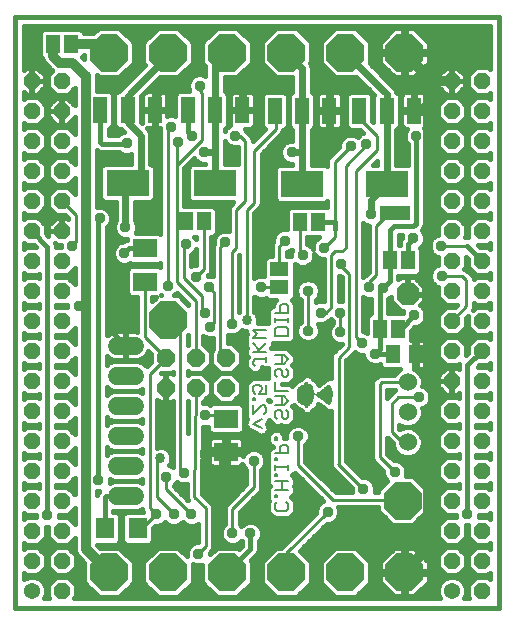
<source format=gbl>
G75*
%MOIN*%
%OFA0B0*%
%FSLAX24Y24*%
%IPPOS*%
%LPD*%
%AMOC8*
5,1,8,0,0,1.08239X$1,22.5*
%
%ADD10C,0.0160*%
%ADD11C,0.0060*%
%ADD12OC8,0.0600*%
%ADD13R,0.0480X0.0880*%
%ADD14R,0.1417X0.0866*%
%ADD15OC8,0.1250*%
%ADD16R,0.0787X0.0630*%
%ADD17R,0.0512X0.0591*%
%ADD18C,0.0600*%
%ADD19C,0.0540*%
%ADD20OC8,0.0540*%
%ADD21R,0.0460X0.0630*%
%ADD22R,0.1000X0.0500*%
%ADD23R,0.0630X0.0709*%
%ADD24C,0.0600*%
%ADD25OC8,0.0760*%
%ADD26R,0.0630X0.0460*%
%ADD27R,0.0004X0.0312*%
%ADD28R,0.0004X0.0344*%
%ADD29R,0.0004X0.0368*%
%ADD30R,0.0004X0.0392*%
%ADD31R,0.0004X0.0408*%
%ADD32R,0.0004X0.0424*%
%ADD33R,0.0004X0.0432*%
%ADD34R,0.0004X0.0448*%
%ADD35R,0.0004X0.0456*%
%ADD36R,0.0004X0.0472*%
%ADD37R,0.0004X0.0480*%
%ADD38R,0.0004X0.0488*%
%ADD39R,0.0004X0.0496*%
%ADD40R,0.0004X0.0504*%
%ADD41R,0.0004X0.0512*%
%ADD42R,0.0004X0.0520*%
%ADD43R,0.0004X0.0528*%
%ADD44R,0.0004X0.0536*%
%ADD45R,0.0004X0.0536*%
%ADD46R,0.0004X0.0544*%
%ADD47R,0.0004X0.0552*%
%ADD48R,0.0004X0.0560*%
%ADD49R,0.0004X0.0560*%
%ADD50R,0.0004X0.0568*%
%ADD51R,0.0004X0.0576*%
%ADD52R,0.0004X0.0584*%
%ADD53R,0.0004X0.0592*%
%ADD54R,0.0004X0.0592*%
%ADD55R,0.0004X0.0600*%
%ADD56R,0.0004X0.0608*%
%ADD57R,0.0004X0.0608*%
%ADD58R,0.0004X0.0616*%
%ADD59R,0.0004X0.0624*%
%ADD60R,0.0004X0.0632*%
%ADD61R,0.0004X0.0632*%
%ADD62R,0.0004X0.0640*%
%ADD63R,0.0004X0.0648*%
%ADD64R,0.0004X0.0648*%
%ADD65R,0.0004X0.0656*%
%ADD66R,0.0004X0.0664*%
%ADD67R,0.0004X0.0664*%
%ADD68R,0.0004X0.0672*%
%ADD69R,0.0004X0.0680*%
%ADD70R,0.0004X0.0680*%
%ADD71R,0.0004X0.0688*%
%ADD72R,0.0004X0.0696*%
%ADD73R,0.0004X0.0700*%
%ADD74R,0.0004X0.0708*%
%ADD75R,0.0004X0.0716*%
%ADD76R,0.0004X0.0720*%
%ADD77R,0.0004X0.0720*%
%ADD78R,0.0004X0.0724*%
%ADD79R,0.0004X0.0808*%
%ADD80R,0.0004X0.0824*%
%ADD81R,0.0004X0.0832*%
%ADD82R,0.0004X0.0840*%
%ADD83R,0.0004X0.0848*%
%ADD84R,0.0004X0.0856*%
%ADD85R,0.0004X0.0860*%
%ADD86R,0.0004X0.0864*%
%ADD87R,0.0004X0.0864*%
%ADD88R,0.0004X0.0868*%
%ADD89R,0.0004X0.0872*%
%ADD90R,0.0004X0.0872*%
%ADD91R,0.0004X0.0860*%
%ADD92R,0.0004X0.0832*%
%ADD93R,0.0004X0.0824*%
%ADD94R,0.0004X0.0708*%
%ADD95R,0.0004X0.0712*%
%ADD96R,0.0004X0.0712*%
%ADD97R,0.0004X0.0700*%
%ADD98R,0.0004X0.0696*%
%ADD99R,0.0004X0.0692*%
%ADD100R,0.0004X0.0668*%
%ADD101R,0.0004X0.0660*%
%ADD102R,0.0004X0.0452*%
%ADD103R,0.0004X0.0188*%
%ADD104R,0.0004X0.0448*%
%ADD105R,0.0004X0.0440*%
%ADD106R,0.0004X0.0184*%
%ADD107R,0.0004X0.0432*%
%ADD108R,0.0004X0.0184*%
%ADD109R,0.0004X0.0424*%
%ADD110R,0.0004X0.0412*%
%ADD111R,0.0004X0.0128*%
%ADD112R,0.0004X0.0044*%
%ADD113R,0.0004X0.0400*%
%ADD114R,0.0004X0.0008*%
%ADD115R,0.0004X0.0388*%
%ADD116R,0.0004X0.0132*%
%ADD117R,0.0004X0.0360*%
%ADD118R,0.0004X0.0136*%
%ADD119R,0.0004X0.0340*%
%ADD120R,0.0004X0.0140*%
%ADD121R,0.0004X0.0328*%
%ADD122R,0.0004X0.0144*%
%ADD123R,0.0004X0.0324*%
%ADD124R,0.0004X0.0148*%
%ADD125R,0.0004X0.0320*%
%ADD126R,0.0004X0.0156*%
%ADD127R,0.0004X0.0316*%
%ADD128R,0.0004X0.0176*%
%ADD129R,0.0004X0.0080*%
%ADD130R,0.0004X0.0052*%
%ADD131R,0.0004X0.0380*%
%ADD132R,0.0004X0.0372*%
%ADD133R,0.0004X0.0356*%
%ADD134R,0.0004X0.0004*%
%ADD135R,0.0004X0.0308*%
%ADD136R,0.0004X0.0060*%
%ADD137R,0.0004X0.0240*%
%ADD138R,0.0004X0.0232*%
%ADD139R,0.0004X0.0044*%
%ADD140R,0.0004X0.0164*%
%ADD141R,0.0004X0.0056*%
%ADD142R,0.0004X0.0036*%
%ADD143R,0.0004X0.0156*%
%ADD144R,0.0004X0.0048*%
%ADD145R,0.0004X0.0024*%
%ADD146R,0.0004X0.0036*%
%ADD147R,0.0004X0.0016*%
%ADD148R,0.0004X0.0028*%
%ADD149R,0.0004X0.0012*%
%ADD150R,0.0004X0.0124*%
%ADD151R,0.0004X0.0108*%
%ADD152R,0.0004X0.0008*%
%ADD153R,0.0004X0.0092*%
%ADD154R,0.0004X0.0068*%
%ADD155R,0.0004X0.0008*%
%ADD156R,0.0004X0.0016*%
%ADD157R,0.0004X0.0024*%
%ADD158R,0.0004X0.0032*%
%ADD159R,0.0004X0.0032*%
%ADD160R,0.0004X0.0040*%
%ADD161R,0.0004X0.0056*%
%ADD162R,0.0004X0.0064*%
%ADD163R,0.0004X0.0072*%
%ADD164R,0.0004X0.0088*%
%ADD165R,0.0004X0.0096*%
%ADD166R,0.0004X0.0104*%
%ADD167R,0.0004X0.0112*%
%ADD168R,0.0004X0.0120*%
%ADD169R,0.0004X0.0124*%
%ADD170R,0.0004X0.0128*%
%ADD171R,0.0004X0.0144*%
%ADD172R,0.0004X0.0152*%
%ADD173R,0.0004X0.0152*%
%ADD174R,0.0004X0.0160*%
%ADD175R,0.0004X0.0168*%
%ADD176R,0.0004X0.0176*%
%ADD177R,0.0004X0.0184*%
%ADD178R,0.0004X0.0192*%
%ADD179R,0.0004X0.0200*%
%ADD180R,0.0004X0.0208*%
%ADD181R,0.0004X0.0216*%
%ADD182R,0.0004X0.0216*%
%ADD183R,0.0004X0.0224*%
%ADD184R,0.0004X0.0232*%
%ADD185R,0.0004X0.0240*%
%ADD186R,0.0004X0.0248*%
%ADD187R,0.0004X0.0256*%
%ADD188R,0.0004X0.0264*%
%ADD189R,0.0004X0.0272*%
%ADD190R,0.0004X0.0280*%
%ADD191R,0.0004X0.0288*%
%ADD192R,0.0004X0.0296*%
%ADD193R,0.0004X0.0304*%
%ADD194R,0.0004X0.0320*%
%ADD195R,0.0004X0.0328*%
%ADD196R,0.0004X0.0336*%
%ADD197R,0.0004X0.0336*%
%ADD198R,0.0004X0.0200*%
%ADD199R,0.0004X0.0128*%
%ADD200R,0.0004X0.0204*%
%ADD201R,0.0004X0.0216*%
%ADD202R,0.0004X0.0228*%
%ADD203R,0.0004X0.0416*%
%ADD204R,0.0004X0.0424*%
%ADD205R,0.0004X0.0428*%
%ADD206R,0.0004X0.0304*%
%ADD207R,0.0004X0.0180*%
%ADD208R,0.0004X0.0112*%
%ADD209R,0.0004X0.0176*%
%ADD210R,0.0004X0.0112*%
%ADD211R,0.0004X0.0132*%
%ADD212R,0.0004X0.0116*%
%ADD213R,0.0004X0.0332*%
%ADD214R,0.0004X0.0336*%
%ADD215R,0.0004X0.0480*%
%ADD216R,0.0004X0.0496*%
%ADD217R,0.0004X0.0512*%
%ADD218R,0.0004X0.0544*%
%ADD219R,0.0004X0.0208*%
%ADD220R,0.0004X0.0356*%
%ADD221R,0.0004X0.0208*%
%ADD222R,0.0004X0.0364*%
%ADD223R,0.0004X0.0212*%
%ADD224R,0.0004X0.0368*%
%ADD225R,0.0004X0.0220*%
%ADD226R,0.0004X0.0600*%
%ADD227R,0.0004X0.0356*%
%ADD228R,0.0004X0.0228*%
%ADD229R,0.0004X0.0236*%
%ADD230R,0.0004X0.0360*%
%ADD231R,0.0004X0.0368*%
%ADD232R,0.0004X0.0244*%
%ADD233R,0.0004X0.0252*%
%ADD234R,0.0004X0.0376*%
%ADD235R,0.0004X0.0672*%
%ADD236R,0.0004X0.0624*%
%ADD237R,0.0004X0.0596*%
%ADD238R,0.0004X0.0552*%
%ADD239R,0.0004X0.0456*%
%ADD240R,0.0004X0.0384*%
%ADD241R,0.0004X0.0352*%
%ADD242R,0.0004X0.0188*%
%ADD243R,0.0004X0.0108*%
%ADD244C,0.0376*%
%ADD245C,0.0240*%
%ADD246C,0.0320*%
%ADD247C,0.0100*%
%ADD248C,0.0337*%
D10*
X001046Y000180D02*
X017188Y000180D01*
X017188Y019865D01*
X001046Y019865D01*
X001046Y000180D01*
X001356Y001136D02*
X001356Y001331D01*
X001422Y001265D01*
X001811Y001265D01*
X002087Y001540D01*
X002087Y001930D01*
X001811Y002205D01*
X001422Y002205D01*
X001356Y002139D01*
X001356Y002331D01*
X001422Y002265D01*
X001811Y002265D01*
X002087Y002540D01*
X002087Y002882D01*
X002147Y002882D01*
X002147Y002540D01*
X002422Y002265D01*
X002811Y002265D01*
X003056Y002510D01*
X003056Y002069D01*
X003111Y001937D01*
X003370Y001677D01*
X003370Y001019D01*
X003854Y000536D01*
X004537Y000536D01*
X005020Y001019D01*
X005020Y001703D01*
X004537Y002186D01*
X003880Y002186D01*
X003790Y002275D01*
X004451Y002275D01*
X004569Y002392D01*
X004569Y003267D01*
X004451Y003384D01*
X004334Y003384D01*
X004334Y003417D01*
X004355Y003408D01*
X005154Y003408D01*
X005296Y003467D01*
X005296Y003455D01*
X005325Y003384D01*
X004758Y003384D01*
X004641Y003267D01*
X004641Y002392D01*
X004758Y002275D01*
X005554Y002275D01*
X005671Y002392D01*
X005671Y002843D01*
X005728Y002900D01*
X005840Y002900D01*
X005982Y002959D01*
X006056Y003033D01*
X006056Y003033D01*
X006130Y002959D01*
X006273Y002900D01*
X006427Y002900D01*
X006570Y002959D01*
X006644Y003033D01*
X006718Y002959D01*
X006860Y002900D01*
X007015Y002900D01*
X007157Y002959D01*
X007174Y002975D01*
X007174Y002367D01*
X007095Y002367D01*
X006952Y002308D01*
X006843Y002199D01*
X006784Y002056D01*
X006784Y001908D01*
X006506Y002186D01*
X005822Y002186D01*
X005339Y001703D01*
X005339Y001019D01*
X005822Y000536D01*
X006506Y000536D01*
X006989Y001019D01*
X006989Y001635D01*
X007095Y001591D01*
X007249Y001591D01*
X007307Y001615D01*
X007307Y001019D01*
X007791Y000536D01*
X008474Y000536D01*
X008957Y001019D01*
X008957Y001703D01*
X008914Y001746D01*
X009063Y001895D01*
X009141Y001974D01*
X009184Y002077D01*
X009184Y002388D01*
X009233Y002437D01*
X009292Y002579D01*
X009292Y002734D01*
X009233Y002876D01*
X009124Y002985D01*
X008981Y003044D01*
X008827Y003044D01*
X008684Y002985D01*
X008603Y002904D01*
X008548Y002959D01*
X008548Y003368D01*
X009226Y004047D01*
X009264Y004139D01*
X009264Y004775D01*
X009343Y004854D01*
X009402Y004996D01*
X009402Y005151D01*
X009343Y005294D01*
X009234Y005403D01*
X009092Y005462D01*
X008937Y005462D01*
X008794Y005403D01*
X008685Y005294D01*
X008664Y005242D01*
X008664Y005300D01*
X008168Y005300D01*
X008168Y005454D01*
X008664Y005454D01*
X008664Y005716D01*
X008652Y005761D01*
X008628Y005802D01*
X008595Y005836D01*
X008554Y005860D01*
X008508Y005872D01*
X008168Y005872D01*
X008168Y005454D01*
X008013Y005454D01*
X008013Y005300D01*
X007517Y005300D01*
X007517Y005038D01*
X007529Y004993D01*
X007553Y004952D01*
X007586Y004918D01*
X007627Y004894D01*
X007673Y004882D01*
X008013Y004882D01*
X008013Y005300D01*
X008168Y005300D01*
X008168Y004882D01*
X008508Y004882D01*
X008554Y004894D01*
X008595Y004918D01*
X008628Y004952D01*
X008638Y004968D01*
X008685Y004854D01*
X008764Y004775D01*
X008764Y004292D01*
X008086Y003614D01*
X008048Y003522D01*
X008048Y002959D01*
X007969Y002880D01*
X007910Y002738D01*
X007910Y002583D01*
X007969Y002440D01*
X008078Y002331D01*
X008221Y002272D01*
X008375Y002272D01*
X008518Y002331D01*
X008599Y002413D01*
X008624Y002388D01*
X008624Y002249D01*
X008518Y002142D01*
X008474Y002186D01*
X007791Y002186D01*
X007560Y001955D01*
X007560Y002014D01*
X007636Y002090D01*
X007674Y002181D01*
X007674Y003541D01*
X007636Y003633D01*
X007565Y003703D01*
X007289Y003979D01*
X007318Y006216D01*
X007329Y006212D01*
X007483Y006212D01*
X007497Y006218D01*
X007497Y006082D01*
X007614Y005964D01*
X008567Y005964D01*
X008684Y006082D01*
X008684Y006877D01*
X008567Y006994D01*
X007614Y006994D01*
X007571Y006952D01*
X007483Y006988D01*
X007329Y006988D01*
X007328Y006988D01*
X007329Y007044D01*
X007585Y007300D01*
X007585Y007714D01*
X007292Y008007D01*
X007585Y008300D01*
X007585Y008714D01*
X007335Y008964D01*
X007335Y009225D01*
X007339Y009221D01*
X007482Y009162D01*
X007636Y009162D01*
X007650Y009168D01*
X007650Y008820D01*
X007621Y008750D01*
X007585Y008714D01*
X007585Y008300D01*
X007878Y008007D01*
X008292Y008007D01*
X008585Y008300D01*
X008585Y008714D01*
X008292Y009007D01*
X008150Y009007D01*
X008150Y009278D01*
X008205Y009256D01*
X008360Y009256D01*
X008502Y009315D01*
X008611Y009424D01*
X008622Y009449D01*
X008713Y009412D01*
X008751Y009412D01*
X008751Y009358D01*
X008753Y009356D01*
X008803Y009306D01*
X008751Y009255D01*
X008751Y008897D01*
X008803Y008846D01*
X008751Y008794D01*
X008751Y008604D01*
X008813Y008542D01*
X008751Y008481D01*
X008751Y008217D01*
X008886Y008082D01*
X008959Y008009D01*
X009150Y008009D01*
X009285Y008143D01*
X009285Y008197D01*
X009326Y008155D01*
X009501Y008155D01*
X009501Y008076D01*
X009501Y007841D01*
X009326Y007841D01*
X009311Y007827D01*
X009297Y007841D01*
X009150Y007841D01*
X009150Y007841D01*
X009054Y007841D01*
X008959Y007841D01*
X008854Y007736D01*
X008825Y007707D01*
X008753Y007635D01*
X008751Y007633D01*
X008751Y007539D01*
X008751Y007296D01*
X008771Y007276D01*
X008751Y007256D01*
X008751Y006532D01*
X008802Y006481D01*
X008793Y006477D01*
X008768Y006402D01*
X008733Y006331D01*
X008739Y006314D01*
X008733Y006296D01*
X008768Y006225D01*
X008793Y006151D01*
X008810Y006142D01*
X008818Y006126D01*
X008893Y006101D01*
X009257Y005919D01*
X009438Y005979D01*
X009523Y006149D01*
X009468Y006314D01*
X009511Y006442D01*
X009709Y006244D01*
X009900Y006244D01*
X009915Y006259D01*
X009929Y006244D01*
X010026Y006244D01*
X010193Y006244D01*
X010328Y006379D01*
X010401Y006452D01*
X010401Y006695D01*
X010401Y006789D01*
X010400Y006791D01*
X010303Y006888D01*
X010349Y006934D01*
X010466Y006817D01*
X010470Y006817D01*
X010482Y006805D01*
X010486Y006805D01*
X010494Y006797D01*
X010498Y006797D01*
X010506Y006789D01*
X010510Y006789D01*
X010514Y006785D01*
X010518Y006785D01*
X010522Y006781D01*
X010526Y006781D01*
X010530Y006777D01*
X010534Y006777D01*
X010538Y006773D01*
X010542Y006773D01*
X010546Y006769D01*
X010550Y006769D01*
X010554Y006765D01*
X010558Y006765D01*
X010562Y006761D01*
X010570Y006761D01*
X010574Y006757D01*
X010578Y006757D01*
X010682Y006653D01*
X010690Y006653D01*
X010694Y006649D01*
X010702Y006649D01*
X010880Y006649D01*
X010884Y006649D01*
X010888Y006653D01*
X010896Y006653D01*
X010916Y006673D01*
X011004Y006761D01*
X011012Y006761D01*
X011016Y006765D01*
X011032Y006765D01*
X011149Y006882D01*
X011149Y006946D01*
X011167Y006964D01*
X011178Y006953D01*
X011182Y006953D01*
X011186Y006949D01*
X011194Y006941D01*
X011198Y006941D01*
X011206Y006933D01*
X011210Y006929D01*
X011214Y006929D01*
X011226Y006917D01*
X011230Y006917D01*
X011242Y006905D01*
X011246Y006905D01*
X011258Y006893D01*
X011262Y006893D01*
X011274Y006881D01*
X011278Y006881D01*
X011286Y006873D01*
X011290Y006869D01*
X011294Y006869D01*
X011302Y006861D01*
X011306Y006857D01*
X011310Y006857D01*
X011318Y006849D01*
X011322Y006849D01*
X011326Y006845D01*
X011334Y006837D01*
X011338Y006837D01*
X011346Y006829D01*
X011350Y006825D01*
X011354Y006825D01*
X011366Y006813D01*
X011370Y006813D01*
X011382Y006801D01*
X011386Y006801D01*
X011398Y006789D01*
X011402Y006789D01*
X011406Y006785D01*
X011414Y006777D01*
X011418Y006777D01*
X011426Y006769D01*
X011430Y006765D01*
X011434Y006765D01*
X011446Y006753D01*
X011450Y006753D01*
X011458Y006745D01*
X011596Y006745D01*
X011596Y005069D01*
X011579Y005029D01*
X011579Y004929D01*
X011617Y004838D01*
X011688Y004767D01*
X012280Y004175D01*
X012280Y004063D01*
X012293Y004032D01*
X011748Y004032D01*
X010737Y005043D01*
X010737Y005590D01*
X010816Y005669D01*
X010875Y005811D01*
X010875Y005966D01*
X010816Y006109D01*
X010707Y006218D01*
X010564Y006277D01*
X010410Y006277D01*
X010267Y006218D01*
X010158Y006109D01*
X010099Y005966D01*
X010099Y005846D01*
X010047Y005846D01*
X010047Y005846D01*
X010035Y005846D01*
X010035Y005952D01*
X009900Y006087D01*
X009636Y006087D01*
X009501Y005952D01*
X009501Y005688D01*
X009636Y005553D01*
X009501Y005418D01*
X009501Y004293D01*
X009553Y004242D01*
X009501Y004190D01*
X009501Y003770D01*
X009526Y003745D01*
X009501Y003720D01*
X009501Y003624D01*
X009501Y003383D01*
X009636Y003248D01*
X009709Y003175D01*
X010193Y003175D01*
X010328Y003309D01*
X010401Y003383D01*
X010401Y003626D01*
X010401Y003720D01*
X010400Y003722D01*
X010256Y003865D01*
X010267Y003865D01*
X010401Y004000D01*
X010401Y004190D01*
X010350Y004242D01*
X010401Y004293D01*
X010401Y004484D01*
X010298Y004587D01*
X010392Y004681D01*
X011340Y003733D01*
X011259Y003700D01*
X011150Y003591D01*
X011091Y003448D01*
X011091Y003336D01*
X009941Y002186D01*
X009759Y002186D01*
X009276Y001703D01*
X009276Y001019D01*
X009759Y000536D01*
X010443Y000536D01*
X010926Y001019D01*
X010926Y001703D01*
X010545Y002084D01*
X011444Y002983D01*
X011556Y002983D01*
X011699Y003042D01*
X011808Y003151D01*
X011867Y003294D01*
X011867Y003448D01*
X011832Y003532D01*
X013158Y003532D01*
X013158Y003409D01*
X013641Y002926D01*
X014325Y002926D01*
X014808Y003409D01*
X014808Y004093D01*
X014325Y004576D01*
X014081Y004576D01*
X014103Y004630D01*
X014103Y004785D01*
X014044Y004927D01*
X013935Y005037D01*
X013792Y005096D01*
X013681Y005096D01*
X013461Y005315D01*
X013461Y005848D01*
X013479Y005830D01*
X013644Y005665D01*
X013644Y005596D01*
X013720Y005413D01*
X013861Y005272D01*
X014045Y005196D01*
X014244Y005196D01*
X014427Y005272D01*
X014568Y005413D01*
X014644Y005596D01*
X014644Y005795D01*
X014568Y005979D01*
X014427Y006120D01*
X014244Y006196D01*
X014427Y006272D01*
X014568Y006413D01*
X014644Y006596D01*
X014644Y006795D01*
X014630Y006829D01*
X014740Y006875D01*
X014849Y006984D01*
X014908Y007126D01*
X014908Y007281D01*
X014849Y007423D01*
X014740Y007533D01*
X014636Y007576D01*
X014644Y007596D01*
X014644Y007795D01*
X014568Y007979D01*
X014427Y008120D01*
X014355Y008150D01*
X014372Y008150D01*
X014372Y008577D01*
X014468Y008577D01*
X014468Y008673D01*
X014856Y008673D01*
X014856Y008944D01*
X014843Y008990D01*
X014820Y009031D01*
X014786Y009064D01*
X014745Y009088D01*
X014699Y009100D01*
X014468Y009100D01*
X014468Y008673D01*
X014372Y008673D01*
X014372Y009100D01*
X014252Y009100D01*
X014252Y009416D01*
X014377Y009540D01*
X014446Y009540D01*
X014588Y009599D01*
X014698Y009708D01*
X014757Y009851D01*
X014757Y010005D01*
X014698Y010148D01*
X014588Y010257D01*
X014569Y010265D01*
X014704Y010401D01*
X014704Y010613D01*
X014164Y010613D01*
X014164Y010653D01*
X014124Y010653D01*
X014124Y011193D01*
X013912Y011193D01*
X013841Y011121D01*
X013841Y011240D01*
X014474Y011240D01*
X014591Y011357D01*
X014591Y012153D01*
X014569Y012174D01*
X014670Y012275D01*
X014729Y012418D01*
X014729Y012572D01*
X014670Y012715D01*
X014615Y012770D01*
X014669Y012825D01*
X014712Y012927D01*
X014712Y015624D01*
X014761Y015673D01*
X014820Y015815D01*
X014820Y015970D01*
X014761Y016112D01*
X014707Y016166D01*
X014737Y016196D01*
X014761Y016237D01*
X014773Y016283D01*
X014773Y016707D01*
X014393Y016707D01*
X014393Y016787D01*
X014313Y016787D01*
X014313Y017366D01*
X014090Y017366D01*
X014044Y017354D01*
X014003Y017331D01*
X013969Y017297D01*
X013946Y017256D01*
X013933Y017210D01*
X013933Y016787D01*
X014313Y016787D01*
X014313Y016707D01*
X013933Y016707D01*
X013933Y016283D01*
X013946Y016237D01*
X013969Y016196D01*
X014003Y016163D01*
X014044Y016139D01*
X014090Y016127D01*
X014117Y016127D01*
X014103Y016112D01*
X014044Y015970D01*
X014044Y015815D01*
X014103Y015673D01*
X014152Y015624D01*
X014152Y014939D01*
X013763Y014939D01*
X013763Y016107D01*
X013766Y016107D01*
X013883Y016224D01*
X013883Y017269D01*
X013766Y017386D01*
X013758Y017386D01*
X013715Y017491D01*
X013625Y017581D01*
X013625Y017581D01*
X012879Y018327D01*
X012894Y018342D01*
X012894Y019026D01*
X012411Y019509D01*
X011728Y019509D01*
X011244Y019026D01*
X011244Y018342D01*
X011728Y017859D01*
X012411Y017859D01*
X012427Y017874D01*
X013017Y017283D01*
X013003Y017269D01*
X013003Y016371D01*
X012974Y016401D01*
X012974Y017269D01*
X012856Y017386D01*
X012211Y017386D01*
X012094Y017269D01*
X012094Y016224D01*
X012211Y016107D01*
X012561Y016107D01*
X012659Y016009D01*
X012554Y015966D01*
X012475Y015886D01*
X012470Y015891D01*
X012328Y015950D01*
X012173Y015950D01*
X012031Y015891D01*
X011921Y015782D01*
X011862Y015639D01*
X011862Y015527D01*
X011507Y015172D01*
X011469Y015080D01*
X011469Y014890D01*
X011420Y014939D01*
X010948Y014939D01*
X010948Y016107D01*
X010951Y016107D01*
X011068Y016224D01*
X011068Y017269D01*
X010951Y017386D01*
X010948Y017386D01*
X010948Y018220D01*
X010906Y018322D01*
X010926Y018342D01*
X010926Y019026D01*
X010443Y019509D01*
X009759Y019509D01*
X009276Y019026D01*
X009276Y018342D01*
X009759Y017859D01*
X010308Y017859D01*
X010308Y017386D01*
X010306Y017386D01*
X010189Y017269D01*
X010189Y016224D01*
X010306Y016107D01*
X010308Y016107D01*
X010308Y015753D01*
X010217Y015753D01*
X010074Y015694D01*
X009965Y015585D01*
X009906Y015442D01*
X009906Y015288D01*
X009965Y015145D01*
X010074Y015036D01*
X010217Y014977D01*
X010308Y014977D01*
X010308Y014939D01*
X009837Y014939D01*
X009720Y014822D01*
X009720Y013790D01*
X009837Y013673D01*
X011420Y013673D01*
X011469Y013722D01*
X011469Y013542D01*
X011458Y013553D01*
X010232Y013553D01*
X010115Y013436D01*
X010115Y012808D01*
X009969Y012808D01*
X009826Y012749D01*
X009717Y012640D01*
X009658Y012497D01*
X009658Y012379D01*
X009624Y012298D01*
X009624Y011892D01*
X009476Y011892D01*
X009359Y011775D01*
X009359Y011241D01*
X009343Y011248D01*
X009189Y011248D01*
X009046Y011189D01*
X009036Y011179D01*
X009036Y013336D01*
X009167Y013468D01*
X009238Y013538D01*
X009276Y013630D01*
X009276Y015316D01*
X009887Y015928D01*
X009958Y015998D01*
X009996Y016090D01*
X009996Y016107D01*
X010041Y016107D01*
X010159Y016224D01*
X010159Y017269D01*
X010041Y017386D01*
X009396Y017386D01*
X009279Y017269D01*
X009279Y016224D01*
X009377Y016125D01*
X008976Y015724D01*
X008976Y015798D01*
X008938Y015890D01*
X008753Y016074D01*
X008729Y016132D01*
X008719Y016142D01*
X008900Y016142D01*
X008946Y016155D01*
X008987Y016178D01*
X009021Y016212D01*
X009044Y016253D01*
X009057Y016299D01*
X009057Y016722D01*
X008677Y016722D01*
X008677Y016802D01*
X009057Y016802D01*
X009057Y017226D01*
X009044Y017272D01*
X009021Y017313D01*
X008987Y017346D01*
X008946Y017370D01*
X008900Y017382D01*
X008677Y017382D01*
X008677Y016802D01*
X008597Y016802D01*
X008597Y016722D01*
X008217Y016722D01*
X008217Y016299D01*
X008227Y016261D01*
X008180Y016241D01*
X008071Y016132D01*
X008047Y016074D01*
X008047Y016122D01*
X008050Y016122D01*
X008167Y016239D01*
X008167Y017285D01*
X008050Y017402D01*
X008047Y017402D01*
X008047Y017859D01*
X008474Y017859D01*
X008957Y018342D01*
X008957Y019026D01*
X008474Y019509D01*
X007791Y019509D01*
X007307Y019026D01*
X007307Y018342D01*
X007407Y018243D01*
X007407Y017912D01*
X007296Y017958D01*
X007142Y017958D01*
X006999Y017899D01*
X006890Y017790D01*
X006831Y017647D01*
X006831Y017493D01*
X006868Y017402D01*
X006494Y017402D01*
X006377Y017285D01*
X006377Y016574D01*
X006343Y016588D01*
X006189Y016588D01*
X006139Y016568D01*
X006139Y016738D01*
X005759Y016738D01*
X005759Y016158D01*
X005878Y016158D01*
X005878Y016123D01*
X005896Y016079D01*
X005896Y012629D01*
X005855Y012670D01*
X005076Y012670D01*
X005127Y012792D01*
X005127Y012946D01*
X005068Y013089D01*
X005059Y013098D01*
X005059Y013705D01*
X005601Y013705D01*
X005718Y013822D01*
X005718Y014854D01*
X005601Y014971D01*
X005571Y014971D01*
X005571Y015984D01*
X005522Y016101D01*
X005465Y016158D01*
X005679Y016158D01*
X005679Y016738D01*
X005299Y016738D01*
X005299Y016324D01*
X005250Y016374D01*
X005250Y017226D01*
X005313Y017290D01*
X005312Y017287D01*
X005299Y017242D01*
X005299Y016818D01*
X005679Y016818D01*
X005679Y016738D01*
X005759Y016738D01*
X005759Y016818D01*
X005679Y016818D01*
X005679Y017398D01*
X005456Y017398D01*
X005410Y017386D01*
X005407Y017384D01*
X005882Y017859D01*
X006506Y017859D01*
X006989Y018342D01*
X006989Y019026D01*
X006506Y019509D01*
X005822Y019509D01*
X005339Y019026D01*
X005339Y018342D01*
X005400Y018282D01*
X004628Y017510D01*
X004538Y017420D01*
X004537Y017418D01*
X004487Y017418D01*
X004370Y017301D01*
X004370Y016255D01*
X004487Y016138D01*
X004580Y016138D01*
X004679Y016039D01*
X004558Y015989D01*
X004497Y015929D01*
X004180Y015929D01*
X004180Y016138D01*
X004223Y016138D01*
X004340Y016255D01*
X004340Y017301D01*
X004223Y017418D01*
X003776Y017418D01*
X003776Y017937D01*
X003854Y017859D01*
X004537Y017859D01*
X005020Y018342D01*
X005020Y019026D01*
X004537Y019509D01*
X003854Y019509D01*
X003672Y019327D01*
X003347Y019327D01*
X003347Y019365D01*
X003230Y019482D01*
X002004Y019482D01*
X001887Y019365D01*
X001887Y018570D01*
X001957Y018500D01*
X001957Y018499D01*
X002011Y018367D01*
X002113Y018265D01*
X002297Y018081D01*
X002147Y017930D01*
X002147Y017540D01*
X002422Y017265D01*
X002811Y017265D01*
X003056Y017510D01*
X003056Y016932D01*
X002803Y017185D01*
X002627Y017185D01*
X002627Y016745D01*
X002607Y016745D01*
X002607Y017185D01*
X002430Y017185D01*
X002167Y016922D01*
X002167Y016745D01*
X002607Y016745D01*
X002607Y016725D01*
X002627Y016725D01*
X002627Y016285D01*
X002803Y016285D01*
X003056Y016538D01*
X003056Y015961D01*
X002811Y016205D01*
X002422Y016205D01*
X002147Y015930D01*
X002147Y015540D01*
X002422Y015265D01*
X002811Y015265D01*
X003056Y015510D01*
X003056Y014961D01*
X002811Y015205D01*
X002422Y015205D01*
X002147Y014930D01*
X002147Y014540D01*
X002422Y014265D01*
X002811Y014265D01*
X003056Y014510D01*
X003056Y013961D01*
X002811Y014205D01*
X002422Y014205D01*
X002147Y013930D01*
X002147Y013540D01*
X002422Y013265D01*
X002733Y013265D01*
X002836Y013162D01*
X002836Y013152D01*
X002803Y013185D01*
X002627Y013185D01*
X002627Y012745D01*
X002607Y012745D01*
X002607Y013185D01*
X002430Y013185D01*
X002167Y012922D01*
X002167Y012745D01*
X002607Y012745D01*
X002607Y012725D01*
X002167Y012725D01*
X002167Y012581D01*
X002087Y012661D01*
X002087Y012930D01*
X001811Y013205D01*
X001422Y013205D01*
X001356Y013139D01*
X001356Y013331D01*
X001422Y013265D01*
X001811Y013265D01*
X002087Y013540D01*
X002087Y013930D01*
X001811Y014205D01*
X001422Y014205D01*
X001356Y014139D01*
X001356Y014331D01*
X001422Y014265D01*
X001811Y014265D01*
X002087Y014540D01*
X002087Y014930D01*
X001811Y015205D01*
X001422Y015205D01*
X001356Y015139D01*
X001356Y015331D01*
X001422Y015265D01*
X001811Y015265D01*
X002087Y015540D01*
X002087Y015930D01*
X001811Y016205D01*
X001422Y016205D01*
X001356Y016139D01*
X001356Y016331D01*
X001422Y016265D01*
X001811Y016265D01*
X002087Y016540D01*
X002087Y016930D01*
X001811Y017205D01*
X001422Y017205D01*
X001356Y017139D01*
X001356Y017360D01*
X001430Y017285D01*
X001607Y017285D01*
X001607Y017725D01*
X001627Y017725D01*
X001627Y017745D01*
X002067Y017745D01*
X002067Y017922D01*
X001803Y018185D01*
X001627Y018185D01*
X001627Y017745D01*
X001607Y017745D01*
X001607Y018185D01*
X001430Y018185D01*
X001356Y018111D01*
X001356Y019555D01*
X016878Y019555D01*
X016878Y018139D01*
X016811Y018205D01*
X016422Y018205D01*
X016147Y017930D01*
X016147Y017540D01*
X016422Y017265D01*
X016811Y017265D01*
X016878Y017331D01*
X016878Y017139D01*
X016811Y017205D01*
X016422Y017205D01*
X016147Y016930D01*
X016147Y016540D01*
X016422Y016265D01*
X016811Y016265D01*
X016878Y016331D01*
X016878Y016139D01*
X016811Y016205D01*
X016422Y016205D01*
X016147Y015930D01*
X016147Y015540D01*
X016422Y015265D01*
X016811Y015265D01*
X016878Y015331D01*
X016878Y015139D01*
X016811Y015205D01*
X016422Y015205D01*
X016147Y014930D01*
X016147Y014540D01*
X016422Y014265D01*
X016811Y014265D01*
X016878Y014331D01*
X016878Y014139D01*
X016811Y014205D01*
X016422Y014205D01*
X016147Y013930D01*
X016147Y013540D01*
X016422Y013265D01*
X016811Y013265D01*
X016878Y013331D01*
X016878Y013139D01*
X016811Y013205D01*
X016422Y013205D01*
X016147Y012930D01*
X016147Y012540D01*
X016164Y012523D01*
X016069Y012523D01*
X016087Y012540D01*
X016087Y012930D01*
X015811Y013205D01*
X015422Y013205D01*
X015147Y012930D01*
X015147Y012611D01*
X015046Y012569D01*
X014937Y012460D01*
X014878Y012317D01*
X014878Y012163D01*
X014937Y012020D01*
X015046Y011911D01*
X015147Y011869D01*
X015147Y011605D01*
X015058Y011568D01*
X014949Y011459D01*
X014890Y011316D01*
X014890Y011162D01*
X014949Y011019D01*
X015058Y010910D01*
X015147Y010873D01*
X015147Y010540D01*
X015422Y010265D01*
X015793Y010265D01*
X015733Y010205D01*
X015422Y010205D01*
X015147Y009930D01*
X015147Y009540D01*
X015422Y009265D01*
X015811Y009265D01*
X016087Y009540D01*
X016087Y009852D01*
X016147Y009912D01*
X016147Y009540D01*
X016422Y009265D01*
X016811Y009265D01*
X016878Y009331D01*
X016878Y009139D01*
X016811Y009205D01*
X016422Y009205D01*
X016147Y008930D01*
X016147Y008661D01*
X016087Y008601D01*
X016087Y008930D01*
X015811Y009205D01*
X015422Y009205D01*
X015147Y008930D01*
X015147Y008540D01*
X015422Y008265D01*
X015811Y008265D01*
X015856Y008310D01*
X015856Y008132D01*
X015803Y008185D01*
X015627Y008185D01*
X015627Y007745D01*
X015607Y007745D01*
X015607Y008185D01*
X015430Y008185D01*
X015167Y007922D01*
X015167Y007745D01*
X015607Y007745D01*
X015607Y007725D01*
X015627Y007725D01*
X015627Y007285D01*
X015803Y007285D01*
X015856Y007338D01*
X015856Y007160D01*
X015811Y007205D01*
X015422Y007205D01*
X015147Y006930D01*
X015147Y006540D01*
X015422Y006265D01*
X015811Y006265D01*
X015856Y006310D01*
X015856Y006160D01*
X015811Y006205D01*
X015422Y006205D01*
X015147Y005930D01*
X015147Y005540D01*
X015422Y005265D01*
X015811Y005265D01*
X015856Y005310D01*
X015856Y005160D01*
X015811Y005205D01*
X015422Y005205D01*
X015147Y004930D01*
X015147Y004540D01*
X015422Y004265D01*
X015811Y004265D01*
X015856Y004310D01*
X015856Y004160D01*
X015811Y004205D01*
X015422Y004205D01*
X015147Y003930D01*
X015147Y003540D01*
X015422Y003265D01*
X015748Y003265D01*
X015748Y003233D01*
X015760Y003205D01*
X015422Y003205D01*
X015147Y002930D01*
X015147Y002540D01*
X015422Y002265D01*
X015811Y002265D01*
X016087Y002540D01*
X016087Y002922D01*
X016147Y002922D01*
X016147Y002540D01*
X016422Y002265D01*
X016811Y002265D01*
X016878Y002331D01*
X016878Y002139D01*
X016811Y002205D01*
X016422Y002205D01*
X016147Y001930D01*
X016147Y001540D01*
X016422Y001265D01*
X016811Y001265D01*
X016878Y001331D01*
X016878Y001139D01*
X016811Y001205D01*
X016422Y001205D01*
X016147Y000930D01*
X016147Y000540D01*
X016197Y000490D01*
X016024Y000490D01*
X016087Y000642D01*
X016087Y000829D01*
X016015Y001001D01*
X015883Y001134D01*
X015710Y001205D01*
X015523Y001205D01*
X015350Y001134D01*
X015218Y001001D01*
X015147Y000829D01*
X015147Y000642D01*
X015209Y000490D01*
X003036Y000490D01*
X003087Y000540D01*
X003087Y000930D01*
X002811Y001205D01*
X002422Y001205D01*
X002147Y000930D01*
X002147Y000540D01*
X002197Y000490D01*
X002024Y000490D01*
X002087Y000642D01*
X002087Y000829D01*
X002015Y001001D01*
X001883Y001134D01*
X001710Y001205D01*
X001523Y001205D01*
X001356Y001136D01*
X001356Y001290D02*
X001398Y001290D01*
X001836Y001290D02*
X002398Y001290D01*
X002422Y001265D02*
X002811Y001265D01*
X003087Y001540D01*
X003087Y001930D01*
X002811Y002205D01*
X002422Y002205D01*
X002147Y001930D01*
X002147Y001540D01*
X002422Y001265D01*
X002348Y001131D02*
X001885Y001131D01*
X002027Y000973D02*
X002189Y000973D01*
X002147Y000814D02*
X002087Y000814D01*
X002087Y000656D02*
X002147Y000656D01*
X002190Y000497D02*
X002027Y000497D01*
X002885Y001131D02*
X003370Y001131D01*
X003370Y001290D02*
X002836Y001290D01*
X002994Y001448D02*
X003370Y001448D01*
X003370Y001607D02*
X003087Y001607D01*
X003087Y001765D02*
X003282Y001765D01*
X003124Y001924D02*
X003087Y001924D01*
X003056Y002082D02*
X002934Y002082D01*
X003056Y002241D02*
X001356Y002241D01*
X001934Y002082D02*
X002299Y002082D01*
X002147Y001924D02*
X002087Y001924D01*
X002087Y001765D02*
X002147Y001765D01*
X002147Y001607D02*
X002087Y001607D01*
X001994Y001448D02*
X002239Y001448D01*
X003044Y000973D02*
X003417Y000973D01*
X003576Y000814D02*
X003087Y000814D01*
X003087Y000656D02*
X003734Y000656D01*
X003043Y000497D02*
X015207Y000497D01*
X015147Y000656D02*
X014471Y000656D01*
X014371Y000556D02*
X014843Y001028D01*
X014843Y001311D01*
X014088Y001311D01*
X014088Y000556D01*
X014371Y000556D01*
X014088Y000656D02*
X013988Y000656D01*
X013988Y000556D02*
X013704Y000556D01*
X013233Y001028D01*
X013233Y001311D01*
X013988Y001311D01*
X014088Y001311D01*
X014088Y001411D01*
X014843Y001411D01*
X014843Y001695D01*
X014371Y002166D01*
X014088Y002166D01*
X014088Y001411D01*
X013988Y001411D01*
X013988Y001311D01*
X013988Y000556D01*
X013988Y000814D02*
X014088Y000814D01*
X014088Y000973D02*
X013988Y000973D01*
X013988Y001131D02*
X014088Y001131D01*
X014088Y001290D02*
X013988Y001290D01*
X013988Y001411D02*
X013233Y001411D01*
X013233Y001695D01*
X013704Y002166D01*
X013988Y002166D01*
X013988Y001411D01*
X013988Y001448D02*
X014088Y001448D01*
X014088Y001607D02*
X013988Y001607D01*
X013988Y001765D02*
X014088Y001765D01*
X014088Y001924D02*
X013988Y001924D01*
X013988Y002082D02*
X014088Y002082D01*
X014455Y002082D02*
X015299Y002082D01*
X015422Y002205D02*
X015147Y001930D01*
X015147Y001540D01*
X015422Y001265D01*
X015811Y001265D01*
X016087Y001540D01*
X016087Y001930D01*
X015811Y002205D01*
X015422Y002205D01*
X015288Y002399D02*
X010861Y002399D01*
X011019Y002558D02*
X015147Y002558D01*
X015147Y002716D02*
X011178Y002716D01*
X011336Y002875D02*
X015147Y002875D01*
X015250Y003033D02*
X014432Y003033D01*
X014590Y003192D02*
X015408Y003192D01*
X015337Y003350D02*
X014749Y003350D01*
X014808Y003509D02*
X015179Y003509D01*
X015147Y003667D02*
X014808Y003667D01*
X014808Y003826D02*
X015147Y003826D01*
X015201Y003984D02*
X014808Y003984D01*
X014758Y004143D02*
X015359Y004143D01*
X015386Y004301D02*
X014599Y004301D01*
X014441Y004460D02*
X015228Y004460D01*
X015147Y004618D02*
X014098Y004618D01*
X014103Y004777D02*
X015147Y004777D01*
X015152Y004935D02*
X014037Y004935D01*
X013798Y005094D02*
X015310Y005094D01*
X015277Y005411D02*
X014566Y005411D01*
X014633Y005569D02*
X015147Y005569D01*
X015147Y005728D02*
X014644Y005728D01*
X014607Y005886D02*
X015147Y005886D01*
X015261Y006045D02*
X014503Y006045D01*
X014532Y006208D02*
X014798Y006208D01*
X014841Y006164D01*
X014845Y006247D02*
X014841Y006251D01*
X014517Y006362D02*
X015326Y006362D01*
X015420Y006203D02*
X014261Y006203D01*
X014244Y006196D02*
X014045Y006196D01*
X013871Y006268D01*
X013871Y006146D01*
X013886Y006130D01*
X014045Y006196D01*
X014244Y006196D01*
X014027Y006203D02*
X013871Y006203D01*
X013582Y005728D02*
X013461Y005728D01*
X013461Y005569D02*
X013656Y005569D01*
X013722Y005411D02*
X013461Y005411D01*
X013524Y005252D02*
X013909Y005252D01*
X014380Y005252D02*
X015856Y005252D01*
X016416Y005252D02*
X016878Y005252D01*
X016811Y005265D02*
X016878Y005331D01*
X016878Y005139D01*
X016811Y005205D01*
X016422Y005205D01*
X016416Y005199D01*
X016416Y005271D01*
X016422Y005265D01*
X016811Y005265D01*
X016878Y006139D02*
X016811Y006205D01*
X016422Y006205D01*
X016416Y006199D01*
X016416Y006271D01*
X016422Y006265D01*
X016811Y006265D01*
X016878Y006331D01*
X016878Y006139D01*
X016878Y006203D02*
X016813Y006203D01*
X016420Y006203D02*
X016416Y006203D01*
X015856Y006203D02*
X015813Y006203D01*
X015167Y006520D02*
X014613Y006520D01*
X014644Y006679D02*
X015147Y006679D01*
X015147Y006837D02*
X014649Y006837D01*
X014854Y006996D02*
X015212Y006996D01*
X015371Y007154D02*
X014908Y007154D01*
X014895Y007313D02*
X015403Y007313D01*
X015430Y007285D02*
X015607Y007285D01*
X015607Y007725D01*
X015167Y007725D01*
X015167Y007549D01*
X015430Y007285D01*
X015607Y007313D02*
X015627Y007313D01*
X015627Y007471D02*
X015607Y007471D01*
X015607Y007630D02*
X015627Y007630D01*
X015617Y007735D02*
X014869Y007735D01*
X014841Y007708D01*
X014644Y007630D02*
X015167Y007630D01*
X015167Y007788D02*
X014644Y007788D01*
X014582Y007947D02*
X015192Y007947D01*
X015350Y008105D02*
X014442Y008105D01*
X014468Y008150D02*
X014699Y008150D01*
X014745Y008162D01*
X014786Y008186D01*
X014820Y008219D01*
X014843Y008260D01*
X014856Y008306D01*
X014856Y008577D01*
X014468Y008577D01*
X014468Y008150D01*
X014468Y008264D02*
X014372Y008264D01*
X014372Y008422D02*
X014468Y008422D01*
X014468Y008581D02*
X015147Y008581D01*
X015147Y008739D02*
X014856Y008739D01*
X014825Y008625D02*
X014841Y008609D01*
X014825Y008625D02*
X014420Y008625D01*
X014786Y008625D01*
X014794Y008617D01*
X014774Y008578D02*
X014420Y008625D01*
X014372Y008739D02*
X014468Y008739D01*
X014468Y008898D02*
X014372Y008898D01*
X014372Y009056D02*
X014468Y009056D01*
X014252Y009215D02*
X016878Y009215D01*
X016617Y008735D02*
X016136Y008255D01*
X016136Y003310D01*
X016524Y003265D02*
X016811Y003265D01*
X016878Y003331D01*
X016878Y003139D01*
X016811Y003205D01*
X016513Y003205D01*
X016524Y003233D01*
X016524Y003265D01*
X016825Y003192D02*
X016878Y003192D01*
X016147Y002875D02*
X016087Y002875D01*
X016087Y002716D02*
X016147Y002716D01*
X016147Y002558D02*
X016087Y002558D01*
X015945Y002399D02*
X016288Y002399D01*
X016299Y002082D02*
X015934Y002082D01*
X016087Y001924D02*
X016147Y001924D01*
X016147Y001765D02*
X016087Y001765D01*
X016087Y001607D02*
X016147Y001607D01*
X016239Y001448D02*
X015994Y001448D01*
X015836Y001290D02*
X016398Y001290D01*
X016348Y001131D02*
X015885Y001131D01*
X016027Y000973D02*
X016189Y000973D01*
X016147Y000814D02*
X016087Y000814D01*
X016087Y000656D02*
X016147Y000656D01*
X016190Y000497D02*
X016027Y000497D01*
X015348Y001131D02*
X014843Y001131D01*
X014843Y001290D02*
X015398Y001290D01*
X015239Y001448D02*
X014843Y001448D01*
X014843Y001607D02*
X015147Y001607D01*
X015147Y001765D02*
X014772Y001765D01*
X014614Y001924D02*
X015147Y001924D01*
X015206Y000973D02*
X014788Y000973D01*
X014629Y000814D02*
X015147Y000814D01*
X013605Y000656D02*
X012531Y000656D01*
X012411Y000536D02*
X012894Y001019D01*
X012894Y001703D01*
X012411Y002186D01*
X011728Y002186D01*
X011244Y001703D01*
X011244Y001019D01*
X011728Y000536D01*
X012411Y000536D01*
X012689Y000814D02*
X013447Y000814D01*
X013288Y000973D02*
X012848Y000973D01*
X012894Y001131D02*
X013233Y001131D01*
X013233Y001290D02*
X012894Y001290D01*
X012894Y001448D02*
X013233Y001448D01*
X013233Y001607D02*
X012894Y001607D01*
X012832Y001765D02*
X013303Y001765D01*
X013462Y001924D02*
X012674Y001924D01*
X012515Y002082D02*
X013620Y002082D01*
X013534Y003033D02*
X011678Y003033D01*
X011825Y003192D02*
X013375Y003192D01*
X013217Y003350D02*
X011867Y003350D01*
X011842Y003509D02*
X013158Y003509D01*
X013158Y004032D02*
X013043Y004032D01*
X013056Y004063D01*
X013056Y004218D01*
X012997Y004360D01*
X012888Y004470D01*
X012745Y004529D01*
X012633Y004529D01*
X012096Y005066D01*
X012096Y008416D01*
X012378Y008699D01*
X012406Y008671D01*
X012549Y008612D01*
X012670Y008612D01*
X012670Y008575D01*
X012729Y008433D01*
X012838Y008323D01*
X012980Y008264D01*
X013135Y008264D01*
X013216Y008298D01*
X013216Y008247D01*
X013333Y008130D01*
X013885Y008130D01*
X013861Y008120D01*
X013720Y007979D01*
X013707Y007946D01*
X013236Y007946D01*
X013144Y007908D01*
X013070Y007833D01*
X012999Y007763D01*
X012961Y007671D01*
X012961Y005162D01*
X012999Y005070D01*
X013327Y004742D01*
X013327Y004630D01*
X013386Y004488D01*
X013469Y004404D01*
X013158Y004093D01*
X013158Y004032D01*
X013208Y004143D02*
X013056Y004143D01*
X013022Y004301D02*
X013366Y004301D01*
X013414Y004460D02*
X012898Y004460D01*
X012544Y004618D02*
X013332Y004618D01*
X013293Y004777D02*
X012386Y004777D01*
X012227Y004935D02*
X013134Y004935D01*
X012989Y005094D02*
X012096Y005094D01*
X012096Y005252D02*
X012961Y005252D01*
X012961Y005411D02*
X012096Y005411D01*
X012096Y005569D02*
X012961Y005569D01*
X012961Y005728D02*
X012096Y005728D01*
X012096Y005886D02*
X012961Y005886D01*
X012961Y006045D02*
X012096Y006045D01*
X012096Y006203D02*
X012961Y006203D01*
X012961Y006362D02*
X012096Y006362D01*
X012096Y006520D02*
X012961Y006520D01*
X012961Y006679D02*
X012096Y006679D01*
X012096Y006837D02*
X012961Y006837D01*
X012961Y006996D02*
X012096Y006996D01*
X012096Y007154D02*
X012961Y007154D01*
X012961Y007313D02*
X012096Y007313D01*
X012096Y007471D02*
X012961Y007471D01*
X012961Y007630D02*
X012096Y007630D01*
X012096Y007788D02*
X013025Y007788D01*
X013216Y008264D02*
X012096Y008264D01*
X012101Y008422D02*
X012739Y008422D01*
X012670Y008581D02*
X012260Y008581D01*
X011944Y008972D02*
X011704Y008732D01*
X011634Y008662D01*
X011596Y008570D01*
X011596Y007825D01*
X011458Y007825D01*
X011450Y007817D01*
X011446Y007817D01*
X011434Y007805D01*
X011430Y007805D01*
X011426Y007801D01*
X011426Y007801D01*
X011418Y007793D01*
X011414Y007793D01*
X011406Y007785D01*
X011406Y007785D01*
X011402Y007781D01*
X011398Y007781D01*
X011386Y007769D01*
X011382Y007769D01*
X011370Y007757D01*
X011366Y007757D01*
X011354Y007745D01*
X011350Y007745D01*
X011346Y007741D01*
X011346Y007741D01*
X011338Y007733D01*
X011334Y007733D01*
X011326Y007725D01*
X011326Y007725D01*
X011322Y007721D01*
X011318Y007721D01*
X011310Y007713D01*
X011306Y007713D01*
X011302Y007709D01*
X011302Y007709D01*
X011290Y007697D01*
X011286Y007697D01*
X011278Y007689D01*
X011274Y007689D01*
X011266Y007681D01*
X011266Y007681D01*
X011262Y007677D01*
X011258Y007677D01*
X011246Y007665D01*
X011242Y007665D01*
X011230Y007653D01*
X011226Y007653D01*
X011214Y007641D01*
X011210Y007641D01*
X011206Y007637D01*
X011206Y007637D01*
X011198Y007629D01*
X011194Y007629D01*
X011186Y007621D01*
X011186Y007621D01*
X011185Y007620D01*
X011181Y007624D01*
X011181Y007636D01*
X011177Y007640D01*
X011177Y007644D01*
X011173Y007648D01*
X011173Y007652D01*
X011169Y007656D01*
X011169Y007660D01*
X011161Y007668D01*
X011161Y007672D01*
X011153Y007680D01*
X011036Y007797D01*
X011036Y007797D01*
X011032Y007801D01*
X011032Y007801D01*
X011028Y007805D01*
X011028Y007805D01*
X011024Y007809D01*
X011020Y007809D01*
X011016Y007813D01*
X011016Y007813D01*
X011012Y007817D01*
X011008Y007817D01*
X011004Y007821D01*
X011000Y007821D01*
X010996Y007825D01*
X010988Y007825D01*
X010916Y007897D01*
X010916Y007897D01*
X010912Y007901D01*
X010908Y007905D01*
X010904Y007909D01*
X010900Y007913D01*
X010896Y007913D01*
X010892Y007917D01*
X010884Y007917D01*
X010880Y007921D01*
X010702Y007921D01*
X010698Y007917D01*
X010686Y007917D01*
X010682Y007913D01*
X010678Y007913D01*
X010666Y007901D01*
X010666Y007901D01*
X010578Y007813D01*
X010574Y007813D01*
X010570Y007809D01*
X010562Y007809D01*
X010558Y007805D01*
X010554Y007805D01*
X010550Y007801D01*
X010546Y007801D01*
X010542Y007797D01*
X010538Y007797D01*
X010534Y007793D01*
X010530Y007793D01*
X010526Y007789D01*
X010522Y007789D01*
X010518Y007785D01*
X010514Y007785D01*
X010510Y007781D01*
X010506Y007781D01*
X010498Y007773D01*
X010494Y007773D01*
X010486Y007765D01*
X010482Y007765D01*
X010470Y007753D01*
X010466Y007753D01*
X010349Y007636D01*
X010345Y007632D01*
X010341Y007628D01*
X010337Y007624D01*
X010333Y007620D01*
X010329Y007616D01*
X010325Y007612D01*
X010321Y007608D01*
X010317Y007604D01*
X010317Y007600D01*
X010309Y007592D01*
X010309Y007588D01*
X010306Y007585D01*
X010267Y007625D01*
X009961Y007625D01*
X010193Y007625D01*
X010328Y007760D01*
X010401Y007833D01*
X010401Y008076D01*
X010401Y008170D01*
X010400Y008172D01*
X010303Y008269D01*
X010401Y008367D01*
X010401Y008557D01*
X010120Y008839D01*
X009636Y008839D01*
X009621Y008824D01*
X009600Y008846D01*
X009651Y008897D01*
X009651Y009006D01*
X010267Y009006D01*
X010401Y009141D01*
X010401Y009457D01*
X010401Y009552D01*
X010400Y009553D01*
X010377Y009576D01*
X010401Y009601D01*
X010401Y010223D01*
X010401Y010319D01*
X010328Y010392D01*
X010328Y010392D01*
X010296Y010425D01*
X010280Y010440D01*
X010389Y010549D01*
X010389Y011648D01*
X010426Y011611D01*
X010569Y011552D01*
X010723Y011552D01*
X010866Y011611D01*
X010975Y011720D01*
X011034Y011863D01*
X011034Y011967D01*
X011037Y011960D01*
X011146Y011851D01*
X011289Y011792D01*
X011356Y011792D01*
X011356Y010395D01*
X011323Y010408D01*
X011169Y010408D01*
X011076Y010370D01*
X011076Y010441D01*
X011155Y010520D01*
X011214Y010663D01*
X011214Y010817D01*
X011155Y010960D01*
X011046Y011069D01*
X010903Y011128D01*
X010749Y011128D01*
X010606Y011069D01*
X010497Y010960D01*
X010438Y010817D01*
X010438Y010663D01*
X010497Y010520D01*
X010576Y010441D01*
X010576Y009719D01*
X010497Y009640D01*
X010438Y009497D01*
X010438Y009343D01*
X010497Y009200D01*
X010606Y009091D01*
X010749Y009032D01*
X010903Y009032D01*
X011046Y009091D01*
X011155Y009200D01*
X011214Y009343D01*
X011214Y009497D01*
X011156Y009637D01*
X011169Y009632D01*
X011323Y009632D01*
X011466Y009691D01*
X011575Y009800D01*
X011576Y009803D01*
X011577Y009800D01*
X011656Y009721D01*
X011656Y009659D01*
X011577Y009580D01*
X011518Y009437D01*
X011518Y009283D01*
X011577Y009140D01*
X011686Y009031D01*
X011829Y008972D01*
X011944Y008972D01*
X011870Y008898D02*
X009651Y008898D01*
X010220Y008739D02*
X011711Y008739D01*
X011600Y008581D02*
X010378Y008581D01*
X010401Y008422D02*
X011596Y008422D01*
X011596Y008264D02*
X010308Y008264D01*
X010401Y008170D02*
X010401Y008170D01*
X010401Y008105D02*
X011596Y008105D01*
X011596Y007947D02*
X010401Y007947D01*
X010356Y007788D02*
X010521Y007788D01*
X010342Y007630D02*
X010198Y007630D01*
X009961Y007625D02*
X009961Y007625D01*
X009501Y007947D02*
X008353Y007947D01*
X008292Y008007D02*
X007878Y008007D01*
X007585Y007714D01*
X007585Y007300D01*
X007878Y007007D01*
X008292Y007007D01*
X008585Y007300D01*
X008585Y007714D01*
X008292Y008007D01*
X008391Y008105D02*
X008863Y008105D01*
X008886Y008082D02*
X008886Y008082D01*
X008751Y008264D02*
X008549Y008264D01*
X008585Y008422D02*
X008751Y008422D01*
X008774Y008581D02*
X008585Y008581D01*
X008560Y008739D02*
X008751Y008739D01*
X008751Y008898D02*
X008402Y008898D01*
X008150Y009056D02*
X008751Y009056D01*
X008751Y009215D02*
X008150Y009215D01*
X008560Y009373D02*
X008751Y009373D01*
X009144Y009683D02*
X009154Y009707D01*
X009154Y009853D01*
X009098Y009989D01*
X009036Y010051D01*
X009036Y010541D01*
X009046Y010531D01*
X009189Y010472D01*
X009343Y010472D01*
X009409Y010499D01*
X009476Y010432D01*
X009761Y010432D01*
X009750Y010422D01*
X009721Y010392D01*
X009649Y010320D01*
X009648Y010319D01*
X009648Y010319D01*
X009648Y010234D01*
X009636Y010234D01*
X009501Y010099D01*
X009501Y009683D01*
X009144Y009683D01*
X009147Y009690D02*
X009501Y009690D01*
X009501Y009849D02*
X009154Y009849D01*
X009080Y010007D02*
X009501Y010007D01*
X009568Y010166D02*
X009036Y010166D01*
X009036Y010324D02*
X009653Y010324D01*
X009721Y010392D02*
X009721Y010392D01*
X009426Y010483D02*
X009369Y010483D01*
X009163Y010483D02*
X009036Y010483D01*
X008536Y010483D02*
X008532Y010483D01*
X008532Y010641D02*
X008536Y010641D01*
X008532Y010800D02*
X008536Y010800D01*
X008532Y010958D02*
X008536Y010958D01*
X008532Y011117D02*
X008536Y011117D01*
X008532Y011275D02*
X008536Y011275D01*
X008532Y011434D02*
X008536Y011434D01*
X008532Y011592D02*
X008536Y011592D01*
X008532Y011751D02*
X008536Y011751D01*
X008532Y011909D02*
X008536Y011909D01*
X008532Y011933D02*
X008536Y011936D01*
X008536Y010051D01*
X008532Y010048D01*
X008532Y011933D01*
X009036Y011909D02*
X009624Y011909D01*
X009624Y012068D02*
X009036Y012068D01*
X009036Y012226D02*
X009624Y012226D01*
X009658Y012385D02*
X009036Y012385D01*
X009036Y012543D02*
X009677Y012543D01*
X009778Y012702D02*
X009036Y012702D01*
X009036Y012860D02*
X010115Y012860D01*
X010115Y013019D02*
X009036Y013019D01*
X009036Y013177D02*
X010115Y013177D01*
X010115Y013336D02*
X009036Y013336D01*
X009193Y013494D02*
X010173Y013494D01*
X009720Y013811D02*
X009276Y013811D01*
X009276Y013653D02*
X011469Y013653D01*
X011719Y013038D02*
X011145Y013038D01*
X011180Y012523D02*
X010795Y012523D01*
X010795Y012298D01*
X010866Y012269D01*
X010975Y012160D01*
X010978Y012153D01*
X010978Y012257D01*
X011037Y012400D01*
X011146Y012509D01*
X011180Y012523D01*
X011030Y012385D02*
X010795Y012385D01*
X010909Y012226D02*
X010978Y012226D01*
X011034Y011909D02*
X011088Y011909D01*
X010987Y011751D02*
X011356Y011751D01*
X011356Y011592D02*
X010820Y011592D01*
X010472Y011592D02*
X010389Y011592D01*
X010389Y011434D02*
X011356Y011434D01*
X011356Y011275D02*
X010389Y011275D01*
X010389Y011117D02*
X010721Y011117D01*
X010931Y011117D02*
X011356Y011117D01*
X011356Y010958D02*
X011156Y010958D01*
X011214Y010800D02*
X011356Y010800D01*
X011356Y010641D02*
X011205Y010641D01*
X011117Y010483D02*
X011356Y010483D01*
X011856Y010483D02*
X011956Y010483D01*
X011956Y010408D02*
X011856Y010408D01*
X011856Y011241D01*
X011906Y011241D01*
X011956Y011191D01*
X011956Y010408D01*
X011956Y010641D02*
X011856Y010641D01*
X011856Y010800D02*
X011956Y010800D01*
X011956Y010958D02*
X011856Y010958D01*
X011856Y011117D02*
X011956Y011117D01*
X012670Y011199D02*
X012670Y013003D01*
X012700Y012973D01*
X012843Y012914D01*
X012856Y012914D01*
X012856Y011384D01*
X012672Y011200D01*
X012670Y011199D01*
X012670Y011275D02*
X012747Y011275D01*
X012670Y011434D02*
X012856Y011434D01*
X012856Y011592D02*
X012670Y011592D01*
X012670Y011751D02*
X012856Y011751D01*
X012856Y011909D02*
X012670Y011909D01*
X012670Y012068D02*
X012856Y012068D01*
X012856Y012226D02*
X012670Y012226D01*
X012670Y012385D02*
X012856Y012385D01*
X012856Y012543D02*
X012670Y012543D01*
X012670Y012702D02*
X012856Y012702D01*
X012856Y012860D02*
X012670Y012860D01*
X013565Y012771D02*
X013565Y011760D01*
X013561Y011755D01*
X013561Y011077D01*
X013315Y010831D01*
X013211Y010727D01*
X013211Y009490D01*
X013222Y009479D01*
X013222Y008817D01*
X013058Y008652D01*
X013572Y008652D01*
X013620Y008604D01*
X013672Y008625D01*
X013542Y008495D01*
X013672Y008625D02*
X013766Y008511D01*
X013846Y008105D02*
X012096Y008105D01*
X012096Y007947D02*
X013707Y007947D01*
X013707Y007446D02*
X013461Y007446D01*
X013461Y007177D01*
X013629Y007345D01*
X013699Y007416D01*
X013716Y007422D01*
X013707Y007446D01*
X013596Y007313D02*
X013461Y007313D01*
X014802Y007471D02*
X015244Y007471D01*
X015607Y007788D02*
X015627Y007788D01*
X015627Y007947D02*
X015607Y007947D01*
X015607Y008105D02*
X015627Y008105D01*
X015856Y008264D02*
X014844Y008264D01*
X014856Y008422D02*
X015265Y008422D01*
X015147Y008898D02*
X014856Y008898D01*
X014794Y009056D02*
X015273Y009056D01*
X015314Y009373D02*
X014252Y009373D01*
X014368Y009532D02*
X015156Y009532D01*
X015147Y009690D02*
X014679Y009690D01*
X014756Y009849D02*
X015147Y009849D01*
X015224Y010007D02*
X014756Y010007D01*
X014680Y010166D02*
X015382Y010166D01*
X015363Y010324D02*
X014627Y010324D01*
X014704Y010483D02*
X015205Y010483D01*
X015147Y010641D02*
X014164Y010641D01*
X014164Y010653D02*
X014704Y010653D01*
X014704Y010865D01*
X014376Y011193D01*
X014164Y011193D01*
X014164Y010653D01*
X014144Y010633D02*
X014782Y010633D01*
X014841Y010574D01*
X014704Y010800D02*
X015147Y010800D01*
X015010Y010958D02*
X014611Y010958D01*
X014452Y011117D02*
X014909Y011117D01*
X014890Y011275D02*
X014509Y011275D01*
X014591Y011434D02*
X014939Y011434D01*
X015116Y011592D02*
X014591Y011592D01*
X014591Y011751D02*
X015147Y011751D01*
X015051Y011909D02*
X014591Y011909D01*
X014591Y012068D02*
X014917Y012068D01*
X014878Y012226D02*
X014621Y012226D01*
X014715Y012385D02*
X014906Y012385D01*
X015020Y012543D02*
X014729Y012543D01*
X014676Y012702D02*
X015147Y012702D01*
X015147Y012860D02*
X014684Y012860D01*
X014712Y013019D02*
X015235Y013019D01*
X015394Y013177D02*
X014712Y013177D01*
X014712Y013336D02*
X015352Y013336D01*
X015422Y013265D02*
X015811Y013265D01*
X016087Y013540D01*
X016087Y013930D01*
X015811Y014205D01*
X015422Y014205D01*
X015147Y013930D01*
X015147Y013540D01*
X015422Y013265D01*
X015193Y013494D02*
X014712Y013494D01*
X014712Y013653D02*
X015147Y013653D01*
X015147Y013811D02*
X014712Y013811D01*
X014712Y013970D02*
X015186Y013970D01*
X015345Y014128D02*
X014712Y014128D01*
X014712Y014287D02*
X015401Y014287D01*
X015422Y014265D02*
X015811Y014265D01*
X016087Y014540D01*
X016087Y014930D01*
X015811Y015205D01*
X015422Y015205D01*
X015147Y014930D01*
X015147Y014540D01*
X015422Y014265D01*
X015242Y014445D02*
X014712Y014445D01*
X014712Y014604D02*
X015147Y014604D01*
X015147Y014762D02*
X014712Y014762D01*
X014712Y014921D02*
X015147Y014921D01*
X015296Y015079D02*
X014712Y015079D01*
X014712Y015238D02*
X016878Y015238D01*
X016296Y015079D02*
X015937Y015079D01*
X016087Y014921D02*
X016147Y014921D01*
X016147Y014762D02*
X016087Y014762D01*
X016087Y014604D02*
X016147Y014604D01*
X016242Y014445D02*
X015991Y014445D01*
X015833Y014287D02*
X016401Y014287D01*
X016345Y014128D02*
X015888Y014128D01*
X016047Y013970D02*
X016186Y013970D01*
X016147Y013811D02*
X016087Y013811D01*
X016087Y013653D02*
X016147Y013653D01*
X016193Y013494D02*
X016040Y013494D01*
X015882Y013336D02*
X016352Y013336D01*
X016394Y013177D02*
X015839Y013177D01*
X015998Y013019D02*
X016235Y013019D01*
X016147Y012860D02*
X016087Y012860D01*
X016087Y012702D02*
X016147Y012702D01*
X016147Y012543D02*
X016087Y012543D01*
X016109Y012243D02*
X016617Y011735D01*
X016147Y011751D02*
X016087Y011751D01*
X016147Y011809D02*
X016147Y011540D01*
X016422Y011265D01*
X016811Y011265D01*
X016878Y011331D01*
X016878Y011139D01*
X016811Y011205D01*
X016422Y011205D01*
X016356Y011139D01*
X016356Y011150D01*
X016318Y011242D01*
X016179Y011381D01*
X016108Y011451D01*
X016030Y011484D01*
X016087Y011540D01*
X016087Y011869D01*
X016147Y011809D01*
X016147Y011592D02*
X016087Y011592D01*
X016126Y011434D02*
X016254Y011434D01*
X016284Y011275D02*
X016412Y011275D01*
X016821Y011275D02*
X016878Y011275D01*
X016878Y010331D02*
X016878Y010139D01*
X016811Y010205D01*
X016422Y010205D01*
X016331Y010114D01*
X016356Y010175D01*
X016356Y010331D01*
X016422Y010265D01*
X016811Y010265D01*
X016878Y010331D01*
X016878Y010324D02*
X016870Y010324D01*
X016878Y010166D02*
X016851Y010166D01*
X016382Y010166D02*
X016352Y010166D01*
X016356Y010324D02*
X016363Y010324D01*
X016147Y009849D02*
X016087Y009849D01*
X016087Y009690D02*
X016147Y009690D01*
X016156Y009532D02*
X016078Y009532D01*
X015919Y009373D02*
X016314Y009373D01*
X016273Y009056D02*
X015960Y009056D01*
X016087Y008898D02*
X016147Y008898D01*
X016147Y008739D02*
X016087Y008739D01*
X016543Y008265D02*
X016811Y008265D01*
X016878Y008331D01*
X016878Y008139D01*
X016811Y008205D01*
X016483Y008205D01*
X016543Y008265D01*
X016541Y008264D02*
X016878Y008264D01*
X016878Y007331D02*
X016878Y007139D01*
X016811Y007205D01*
X016422Y007205D01*
X016416Y007199D01*
X016416Y007271D01*
X016422Y007265D01*
X016811Y007265D01*
X016878Y007331D01*
X016878Y007313D02*
X016859Y007313D01*
X016862Y007154D02*
X016878Y007154D01*
X015856Y007313D02*
X015830Y007313D01*
X013920Y009479D02*
X013822Y009479D01*
X013920Y009479D02*
X014369Y009928D01*
X014008Y010073D02*
X013981Y010005D01*
X013981Y009994D01*
X013509Y009994D01*
X013491Y009994D01*
X013491Y010484D01*
X013535Y010502D01*
X013584Y010551D01*
X013584Y010401D01*
X013912Y010073D01*
X014008Y010073D01*
X013981Y010007D02*
X013491Y010007D01*
X013491Y010166D02*
X013820Y010166D01*
X013661Y010324D02*
X013491Y010324D01*
X013491Y010483D02*
X013584Y010483D01*
X014124Y010800D02*
X014164Y010800D01*
X014164Y010958D02*
X014124Y010958D01*
X014124Y011117D02*
X014164Y011117D01*
X014161Y011755D02*
X014161Y012315D01*
X014341Y012495D01*
X013953Y012503D02*
X013923Y012473D01*
X013881Y012370D01*
X013881Y012270D01*
X013874Y012270D01*
X013845Y012270D01*
X013845Y012613D01*
X013970Y012613D01*
X013953Y012572D01*
X013953Y012503D01*
X013953Y012543D02*
X013845Y012543D01*
X013845Y012385D02*
X013887Y012385D01*
X013565Y012771D02*
X013688Y012893D01*
X014341Y012893D01*
X014432Y012983D01*
X014432Y015893D01*
X014795Y016030D02*
X015247Y016030D01*
X015147Y015930D02*
X015147Y015540D01*
X015422Y015265D01*
X015811Y015265D01*
X016087Y015540D01*
X016087Y015930D01*
X015811Y016205D01*
X015422Y016205D01*
X015147Y015930D01*
X015147Y015872D02*
X014820Y015872D01*
X014777Y015713D02*
X015147Y015713D01*
X015147Y015555D02*
X014712Y015555D01*
X014712Y015396D02*
X015291Y015396D01*
X015942Y015396D02*
X016291Y015396D01*
X016147Y015555D02*
X016087Y015555D01*
X016087Y015713D02*
X016147Y015713D01*
X016147Y015872D02*
X016087Y015872D01*
X015986Y016030D02*
X016247Y016030D01*
X016405Y016189D02*
X015828Y016189D01*
X015811Y016265D02*
X016087Y016540D01*
X016087Y016930D01*
X015811Y017205D01*
X015422Y017205D01*
X015147Y016930D01*
X015147Y016540D01*
X015422Y016265D01*
X015811Y016265D01*
X015893Y016347D02*
X016340Y016347D01*
X016182Y016506D02*
X016052Y016506D01*
X016087Y016664D02*
X016147Y016664D01*
X016147Y016823D02*
X016087Y016823D01*
X016035Y016981D02*
X016198Y016981D01*
X016356Y017140D02*
X015877Y017140D01*
X015803Y017285D02*
X015627Y017285D01*
X015627Y017725D01*
X015627Y017745D01*
X016067Y017745D01*
X016067Y017922D01*
X015803Y018185D01*
X015627Y018185D01*
X015627Y017745D01*
X015607Y017745D01*
X015607Y018185D01*
X015430Y018185D01*
X015167Y017922D01*
X015167Y017745D01*
X015607Y017745D01*
X015607Y017725D01*
X015627Y017725D01*
X016067Y017725D01*
X016067Y017549D01*
X015803Y017285D01*
X015816Y017298D02*
X016389Y017298D01*
X016231Y017457D02*
X015974Y017457D01*
X016067Y017615D02*
X016147Y017615D01*
X016147Y017774D02*
X016067Y017774D01*
X016056Y017932D02*
X016149Y017932D01*
X016307Y018091D02*
X015898Y018091D01*
X015627Y018091D02*
X015607Y018091D01*
X015607Y017932D02*
X015627Y017932D01*
X015627Y017774D02*
X015607Y017774D01*
X015607Y017725D02*
X015167Y017725D01*
X015167Y017549D01*
X015430Y017285D01*
X015607Y017285D01*
X015607Y017725D01*
X015607Y017615D02*
X015627Y017615D01*
X015627Y017457D02*
X015607Y017457D01*
X015607Y017298D02*
X015627Y017298D01*
X015417Y017298D02*
X014736Y017298D01*
X014737Y017297D02*
X014704Y017331D01*
X014663Y017354D01*
X014617Y017366D01*
X014393Y017366D01*
X014393Y016787D01*
X014773Y016787D01*
X014773Y017210D01*
X014761Y017256D01*
X014737Y017297D01*
X014773Y017140D02*
X015356Y017140D01*
X015198Y016981D02*
X014773Y016981D01*
X014773Y016823D02*
X015147Y016823D01*
X015147Y016664D02*
X014773Y016664D01*
X014773Y016506D02*
X015182Y016506D01*
X015340Y016347D02*
X014773Y016347D01*
X014730Y016189D02*
X015405Y016189D01*
X014393Y016823D02*
X014313Y016823D01*
X014313Y016981D02*
X014393Y016981D01*
X014393Y017140D02*
X014313Y017140D01*
X014313Y017298D02*
X014393Y017298D01*
X013970Y017298D02*
X013855Y017298D01*
X013883Y017140D02*
X013933Y017140D01*
X013933Y016981D02*
X013883Y016981D01*
X013883Y016823D02*
X013933Y016823D01*
X013933Y016664D02*
X013883Y016664D01*
X013883Y016506D02*
X013933Y016506D01*
X013933Y016347D02*
X013883Y016347D01*
X013848Y016189D02*
X013977Y016189D01*
X014068Y016030D02*
X013763Y016030D01*
X013763Y015872D02*
X014044Y015872D01*
X014086Y015713D02*
X013763Y015713D01*
X013763Y015555D02*
X014152Y015555D01*
X014152Y015396D02*
X013763Y015396D01*
X013763Y015238D02*
X014152Y015238D01*
X014152Y015079D02*
X013763Y015079D01*
X013123Y015079D02*
X013121Y015079D01*
X013123Y015081D02*
X013123Y014939D01*
X012982Y014939D01*
X013123Y015081D01*
X012637Y016030D02*
X010948Y016030D01*
X010948Y015872D02*
X012011Y015872D01*
X011893Y015713D02*
X010948Y015713D01*
X010948Y015555D02*
X011862Y015555D01*
X011731Y015396D02*
X010948Y015396D01*
X010948Y015238D02*
X011573Y015238D01*
X011469Y015079D02*
X010948Y015079D01*
X010628Y015357D02*
X010621Y015365D01*
X010308Y015872D02*
X009831Y015872D01*
X009971Y016030D02*
X010308Y016030D01*
X010224Y016189D02*
X010123Y016189D01*
X010159Y016347D02*
X010189Y016347D01*
X010189Y016506D02*
X010159Y016506D01*
X010159Y016664D02*
X010189Y016664D01*
X010189Y016823D02*
X010159Y016823D01*
X010159Y016981D02*
X010189Y016981D01*
X010189Y017140D02*
X010159Y017140D01*
X010130Y017298D02*
X010217Y017298D01*
X010308Y017457D02*
X008047Y017457D01*
X008047Y017615D02*
X010308Y017615D01*
X010308Y017774D02*
X008047Y017774D01*
X008327Y017370D02*
X008373Y017382D01*
X008597Y017382D01*
X008597Y016802D01*
X008217Y016802D01*
X008217Y017226D01*
X008229Y017272D01*
X008253Y017313D01*
X008286Y017346D01*
X008327Y017370D01*
X008244Y017298D02*
X008154Y017298D01*
X008167Y017140D02*
X008217Y017140D01*
X008217Y016981D02*
X008167Y016981D01*
X008167Y016823D02*
X008217Y016823D01*
X008217Y016664D02*
X008167Y016664D01*
X008167Y016506D02*
X008217Y016506D01*
X008217Y016347D02*
X008167Y016347D01*
X008128Y016189D02*
X008116Y016189D01*
X008047Y015751D02*
X008071Y015692D01*
X008180Y015583D01*
X008323Y015524D01*
X008476Y015524D01*
X008476Y014955D01*
X008047Y014955D01*
X008047Y015751D01*
X008047Y015713D02*
X008063Y015713D01*
X008047Y015555D02*
X008250Y015555D01*
X008047Y015396D02*
X008476Y015396D01*
X008476Y015238D02*
X008047Y015238D01*
X008047Y015079D02*
X008476Y015079D01*
X009276Y015079D02*
X010031Y015079D01*
X009927Y015238D02*
X009276Y015238D01*
X009355Y015396D02*
X009906Y015396D01*
X009952Y015555D02*
X009514Y015555D01*
X009672Y015713D02*
X010120Y015713D01*
X009818Y014921D02*
X009276Y014921D01*
X009276Y014762D02*
X009720Y014762D01*
X009720Y014604D02*
X009276Y014604D01*
X009276Y014445D02*
X009720Y014445D01*
X009720Y014287D02*
X009276Y014287D01*
X009276Y014128D02*
X009720Y014128D01*
X009720Y013970D02*
X009276Y013970D01*
X008321Y013689D02*
X008214Y013582D01*
X008176Y013490D01*
X008176Y012737D01*
X008147Y012749D01*
X007992Y012749D01*
X007850Y012690D01*
X007740Y012581D01*
X007681Y012438D01*
X007681Y012317D01*
X007650Y012242D01*
X007650Y011229D01*
X007603Y011248D01*
X007494Y011248D01*
X007494Y011255D01*
X007559Y011320D01*
X007597Y011412D01*
X007597Y012543D01*
X007660Y012543D01*
X007777Y012660D01*
X007777Y013456D01*
X007660Y013573D01*
X006696Y013573D01*
X006696Y014836D01*
X007029Y015170D01*
X007036Y015153D01*
X007145Y015044D01*
X007287Y014985D01*
X007407Y014985D01*
X007407Y014955D01*
X006935Y014955D01*
X006818Y014838D01*
X006818Y013806D01*
X006935Y013689D01*
X008321Y013689D01*
X008285Y013653D02*
X006696Y013653D01*
X006696Y013811D02*
X006818Y013811D01*
X006818Y013970D02*
X006696Y013970D01*
X006696Y014128D02*
X006818Y014128D01*
X006818Y014287D02*
X006696Y014287D01*
X006696Y014445D02*
X006818Y014445D01*
X006818Y014604D02*
X006696Y014604D01*
X006696Y014762D02*
X006818Y014762D01*
X006780Y014921D02*
X006901Y014921D01*
X006938Y015079D02*
X007110Y015079D01*
X006942Y015912D02*
X006817Y016037D01*
X006817Y016762D01*
X006377Y016823D02*
X006139Y016823D01*
X006139Y016818D02*
X006139Y017242D01*
X006127Y017287D01*
X006103Y017329D01*
X006070Y017362D01*
X006029Y017386D01*
X005983Y017398D01*
X005759Y017398D01*
X005759Y016818D01*
X006139Y016818D01*
X006139Y016664D02*
X006377Y016664D01*
X006377Y016981D02*
X006139Y016981D01*
X006139Y017140D02*
X006377Y017140D01*
X006390Y017298D02*
X006121Y017298D01*
X005759Y017298D02*
X005679Y017298D01*
X005679Y017140D02*
X005759Y017140D01*
X005759Y016981D02*
X005679Y016981D01*
X005679Y016823D02*
X005759Y016823D01*
X005759Y016664D02*
X005679Y016664D01*
X005679Y016506D02*
X005759Y016506D01*
X005759Y016347D02*
X005679Y016347D01*
X005679Y016189D02*
X005759Y016189D01*
X005896Y016030D02*
X005551Y016030D01*
X005571Y015872D02*
X005896Y015872D01*
X005896Y015713D02*
X005571Y015713D01*
X005571Y015555D02*
X005896Y015555D01*
X005896Y015396D02*
X005571Y015396D01*
X005571Y015238D02*
X005896Y015238D01*
X005896Y015079D02*
X005571Y015079D01*
X005652Y014921D02*
X005896Y014921D01*
X005896Y014762D02*
X005718Y014762D01*
X005718Y014604D02*
X005896Y014604D01*
X005896Y014445D02*
X005718Y014445D01*
X005718Y014287D02*
X005896Y014287D01*
X005896Y014128D02*
X005718Y014128D01*
X005718Y013970D02*
X005896Y013970D01*
X005896Y013811D02*
X005707Y013811D01*
X005896Y013653D02*
X005059Y013653D01*
X005059Y013494D02*
X005896Y013494D01*
X005896Y013336D02*
X005059Y013336D01*
X005059Y013177D02*
X005896Y013177D01*
X005896Y013019D02*
X005097Y013019D01*
X005127Y012860D02*
X005896Y012860D01*
X005896Y012702D02*
X005089Y012702D01*
X004784Y012481D02*
X004784Y012426D01*
X004702Y012392D01*
X004698Y012388D01*
X004629Y012388D01*
X004486Y012329D01*
X004377Y012220D01*
X004318Y012077D01*
X004318Y011923D01*
X004377Y011780D01*
X004486Y011671D01*
X004629Y011612D01*
X004783Y011612D01*
X004887Y011655D01*
X004902Y011640D01*
X005855Y011640D01*
X005896Y011681D01*
X005896Y011526D01*
X005855Y011567D01*
X004902Y011567D01*
X004784Y011450D01*
X004784Y010655D01*
X004902Y010537D01*
X005128Y010537D01*
X005128Y009383D01*
X005092Y009388D01*
X004774Y009388D01*
X004774Y008928D01*
X004734Y008928D01*
X004734Y009388D01*
X004417Y009388D01*
X004342Y009377D01*
X004270Y009353D01*
X004203Y009319D01*
X004142Y009274D01*
X004121Y009254D01*
X004121Y012852D01*
X004206Y012937D01*
X004265Y013079D01*
X004265Y013234D01*
X004206Y013376D01*
X004096Y013485D01*
X003954Y013544D01*
X003799Y013544D01*
X003776Y013535D01*
X003776Y015440D01*
X003805Y015411D01*
X003907Y015369D01*
X004521Y015369D01*
X004558Y015331D01*
X004701Y015272D01*
X004855Y015272D01*
X004931Y015303D01*
X004931Y014971D01*
X004018Y014971D01*
X003901Y014854D01*
X003901Y013822D01*
X004018Y013705D01*
X004419Y013705D01*
X004419Y013098D01*
X004410Y013089D01*
X004351Y012946D01*
X004351Y012792D01*
X004410Y012649D01*
X004519Y012540D01*
X004662Y012481D01*
X004784Y012481D01*
X004620Y012385D02*
X004121Y012385D01*
X004121Y012543D02*
X004516Y012543D01*
X004388Y012702D02*
X004121Y012702D01*
X004129Y012860D02*
X004351Y012860D01*
X004381Y013019D02*
X004239Y013019D01*
X004265Y013177D02*
X004419Y013177D01*
X004419Y013336D02*
X004222Y013336D01*
X004076Y013494D02*
X004419Y013494D01*
X004419Y013653D02*
X003776Y013653D01*
X003776Y013811D02*
X003912Y013811D01*
X003901Y013970D02*
X003776Y013970D01*
X003776Y014128D02*
X003901Y014128D01*
X003901Y014287D02*
X003776Y014287D01*
X003776Y014445D02*
X003901Y014445D01*
X003901Y014604D02*
X003776Y014604D01*
X003776Y014762D02*
X003901Y014762D01*
X003968Y014921D02*
X003776Y014921D01*
X003776Y015079D02*
X004931Y015079D01*
X004931Y015238D02*
X003776Y015238D01*
X003776Y015396D02*
X003841Y015396D01*
X003963Y015649D02*
X004766Y015649D01*
X004778Y015660D01*
X004656Y016030D02*
X004180Y016030D01*
X004273Y016189D02*
X004436Y016189D01*
X004370Y016347D02*
X004340Y016347D01*
X004340Y016506D02*
X004370Y016506D01*
X004370Y016664D02*
X004340Y016664D01*
X004340Y016823D02*
X004370Y016823D01*
X004370Y016981D02*
X004340Y016981D01*
X004340Y017140D02*
X004370Y017140D01*
X004370Y017298D02*
X004340Y017298D01*
X004575Y017457D02*
X003776Y017457D01*
X003776Y017615D02*
X004733Y017615D01*
X004892Y017774D02*
X003776Y017774D01*
X003776Y017932D02*
X003781Y017932D01*
X003416Y017385D02*
X003369Y017337D01*
X003056Y017298D02*
X002844Y017298D01*
X002849Y017140D02*
X003056Y017140D01*
X003056Y016981D02*
X003007Y016981D01*
X002627Y016981D02*
X002607Y016981D01*
X002607Y016823D02*
X002627Y016823D01*
X002607Y016725D02*
X002167Y016725D01*
X002167Y016549D01*
X002430Y016285D01*
X002607Y016285D01*
X002607Y016725D01*
X002607Y016664D02*
X002627Y016664D01*
X002627Y016506D02*
X002607Y016506D01*
X002607Y016347D02*
X002627Y016347D01*
X002865Y016347D02*
X003056Y016347D01*
X003056Y016189D02*
X002828Y016189D01*
X002986Y016030D02*
X003056Y016030D01*
X003056Y016506D02*
X003023Y016506D01*
X002405Y016189D02*
X001828Y016189D01*
X001893Y016347D02*
X002368Y016347D01*
X002210Y016506D02*
X002052Y016506D01*
X002087Y016664D02*
X002167Y016664D01*
X002167Y016823D02*
X002087Y016823D01*
X002035Y016981D02*
X002226Y016981D01*
X002385Y017140D02*
X001877Y017140D01*
X001803Y017285D02*
X002067Y017549D01*
X002067Y017725D01*
X001627Y017725D01*
X001627Y017285D01*
X001803Y017285D01*
X001816Y017298D02*
X002389Y017298D01*
X002231Y017457D02*
X001974Y017457D01*
X002067Y017615D02*
X002147Y017615D01*
X002147Y017774D02*
X002067Y017774D01*
X002056Y017932D02*
X002149Y017932D01*
X002288Y018091D02*
X001898Y018091D01*
X002129Y018249D02*
X001356Y018249D01*
X001356Y018408D02*
X001995Y018408D01*
X001890Y018566D02*
X001356Y018566D01*
X001356Y018725D02*
X001887Y018725D01*
X001887Y018883D02*
X001356Y018883D01*
X001356Y019042D02*
X001887Y019042D01*
X001887Y019200D02*
X001356Y019200D01*
X001356Y019359D02*
X001887Y019359D01*
X001356Y019517D02*
X016878Y019517D01*
X016878Y019359D02*
X014502Y019359D01*
X014371Y019489D02*
X014088Y019489D01*
X014088Y018734D01*
X014843Y018734D01*
X014843Y019017D01*
X014371Y019489D01*
X014088Y019359D02*
X013988Y019359D01*
X013988Y019489D02*
X013704Y019489D01*
X013233Y019017D01*
X013233Y018734D01*
X013988Y018734D01*
X013988Y019489D01*
X013988Y019200D02*
X014088Y019200D01*
X014088Y019042D02*
X013988Y019042D01*
X013988Y018883D02*
X014088Y018883D01*
X014088Y018734D02*
X013988Y018734D01*
X013988Y018634D01*
X014088Y018634D01*
X014088Y018734D01*
X014088Y018725D02*
X016878Y018725D01*
X016878Y018883D02*
X014843Y018883D01*
X014819Y019042D02*
X016878Y019042D01*
X016878Y019200D02*
X014660Y019200D01*
X014843Y018634D02*
X014088Y018634D01*
X014088Y017879D01*
X014371Y017879D01*
X014843Y018350D01*
X014843Y018634D01*
X014843Y018566D02*
X016878Y018566D01*
X016878Y018408D02*
X014843Y018408D01*
X014741Y018249D02*
X016878Y018249D01*
X016844Y017298D02*
X016878Y017298D01*
X016877Y017140D02*
X016878Y017140D01*
X016878Y016189D02*
X016828Y016189D01*
X015259Y017457D02*
X013729Y017457D01*
X013591Y017615D02*
X015167Y017615D01*
X015167Y017774D02*
X013432Y017774D01*
X013274Y017932D02*
X013651Y017932D01*
X013704Y017879D02*
X013988Y017879D01*
X013988Y018634D01*
X013233Y018634D01*
X013233Y018350D01*
X013704Y017879D01*
X013988Y017932D02*
X014088Y017932D01*
X014088Y018091D02*
X013988Y018091D01*
X013988Y018249D02*
X014088Y018249D01*
X014088Y018408D02*
X013988Y018408D01*
X013988Y018566D02*
X014088Y018566D01*
X013988Y018725D02*
X012894Y018725D01*
X012894Y018883D02*
X013233Y018883D01*
X013257Y019042D02*
X012879Y019042D01*
X012720Y019200D02*
X013416Y019200D01*
X013574Y019359D02*
X012562Y019359D01*
X012894Y018566D02*
X013233Y018566D01*
X013233Y018408D02*
X012894Y018408D01*
X012957Y018249D02*
X013334Y018249D01*
X013493Y018091D02*
X013115Y018091D01*
X012686Y017615D02*
X010948Y017615D01*
X010948Y017457D02*
X012844Y017457D01*
X012945Y017298D02*
X013003Y017298D01*
X013003Y017140D02*
X012974Y017140D01*
X012974Y016981D02*
X013003Y016981D01*
X013003Y016823D02*
X012974Y016823D01*
X012974Y016664D02*
X013003Y016664D01*
X013003Y016506D02*
X012974Y016506D01*
X012534Y016487D02*
X012534Y016747D01*
X012094Y016823D02*
X011958Y016823D01*
X011958Y016787D02*
X011958Y017210D01*
X011946Y017256D01*
X011922Y017297D01*
X011889Y017331D01*
X011848Y017354D01*
X011802Y017366D01*
X011578Y017366D01*
X011578Y016787D01*
X011498Y016787D01*
X011498Y017366D01*
X011275Y017366D01*
X011229Y017354D01*
X011188Y017331D01*
X011154Y017297D01*
X011131Y017256D01*
X011118Y017210D01*
X011118Y016787D01*
X011498Y016787D01*
X011498Y016707D01*
X011118Y016707D01*
X011118Y016283D01*
X011131Y016237D01*
X011154Y016196D01*
X011188Y016163D01*
X011229Y016139D01*
X011275Y016127D01*
X011498Y016127D01*
X011498Y016707D01*
X011578Y016707D01*
X011578Y016787D01*
X011958Y016787D01*
X011958Y016707D02*
X011578Y016707D01*
X011578Y016127D01*
X011802Y016127D01*
X011848Y016139D01*
X011889Y016163D01*
X011922Y016196D01*
X011946Y016237D01*
X011958Y016283D01*
X011958Y016707D01*
X011958Y016664D02*
X012094Y016664D01*
X012094Y016506D02*
X011958Y016506D01*
X011958Y016347D02*
X012094Y016347D01*
X012129Y016189D02*
X011915Y016189D01*
X011578Y016189D02*
X011498Y016189D01*
X011498Y016347D02*
X011578Y016347D01*
X011578Y016506D02*
X011498Y016506D01*
X011498Y016664D02*
X011578Y016664D01*
X011578Y016823D02*
X011498Y016823D01*
X011498Y016981D02*
X011578Y016981D01*
X011578Y017140D02*
X011498Y017140D01*
X011498Y017298D02*
X011578Y017298D01*
X011921Y017298D02*
X012122Y017298D01*
X012094Y017140D02*
X011958Y017140D01*
X011958Y016981D02*
X012094Y016981D01*
X012527Y017774D02*
X010948Y017774D01*
X010948Y017932D02*
X011655Y017932D01*
X011496Y018091D02*
X010948Y018091D01*
X010936Y018249D02*
X011338Y018249D01*
X011244Y018408D02*
X010926Y018408D01*
X010926Y018566D02*
X011244Y018566D01*
X011244Y018725D02*
X010926Y018725D01*
X010926Y018883D02*
X011244Y018883D01*
X011260Y019042D02*
X010910Y019042D01*
X010752Y019200D02*
X011419Y019200D01*
X011577Y019359D02*
X010593Y019359D01*
X009609Y019359D02*
X008625Y019359D01*
X008783Y019200D02*
X009450Y019200D01*
X009292Y019042D02*
X008942Y019042D01*
X008957Y018883D02*
X009276Y018883D01*
X009276Y018725D02*
X008957Y018725D01*
X008957Y018566D02*
X009276Y018566D01*
X009276Y018408D02*
X008957Y018408D01*
X008864Y018249D02*
X009369Y018249D01*
X009528Y018091D02*
X008706Y018091D01*
X008547Y017932D02*
X009686Y017932D01*
X009307Y017298D02*
X009029Y017298D01*
X009057Y017140D02*
X009279Y017140D01*
X009279Y016981D02*
X009057Y016981D01*
X009057Y016823D02*
X009279Y016823D01*
X009279Y016664D02*
X009057Y016664D01*
X009057Y016506D02*
X009279Y016506D01*
X009279Y016347D02*
X009057Y016347D01*
X008997Y016189D02*
X009314Y016189D01*
X009282Y016030D02*
X008797Y016030D01*
X008945Y015872D02*
X009124Y015872D01*
X009731Y016734D02*
X009719Y016747D01*
X008677Y016823D02*
X008597Y016823D01*
X008597Y016981D02*
X008677Y016981D01*
X008677Y017140D02*
X008597Y017140D01*
X008597Y017298D02*
X008677Y017298D01*
X007407Y017932D02*
X007359Y017932D01*
X007407Y018091D02*
X006737Y018091D01*
X006896Y018249D02*
X007401Y018249D01*
X007307Y018408D02*
X006989Y018408D01*
X006989Y018566D02*
X007307Y018566D01*
X007307Y018725D02*
X006989Y018725D01*
X006989Y018883D02*
X007307Y018883D01*
X007323Y019042D02*
X006973Y019042D01*
X006815Y019200D02*
X007482Y019200D01*
X007640Y019359D02*
X006656Y019359D01*
X005672Y019359D02*
X004688Y019359D01*
X004846Y019200D02*
X005513Y019200D01*
X005355Y019042D02*
X005005Y019042D01*
X005020Y018883D02*
X005339Y018883D01*
X005339Y018725D02*
X005020Y018725D01*
X005020Y018566D02*
X005339Y018566D01*
X005339Y018408D02*
X005020Y018408D01*
X004927Y018249D02*
X005367Y018249D01*
X005209Y018091D02*
X004769Y018091D01*
X004610Y017932D02*
X005050Y017932D01*
X005480Y017457D02*
X006846Y017457D01*
X006831Y017615D02*
X005638Y017615D01*
X005797Y017774D02*
X006883Y017774D01*
X007079Y017932D02*
X006579Y017932D01*
X005299Y017140D02*
X005250Y017140D01*
X005250Y016981D02*
X005299Y016981D01*
X005299Y016823D02*
X005250Y016823D01*
X005250Y016664D02*
X005299Y016664D01*
X005299Y016506D02*
X005250Y016506D01*
X005276Y016347D02*
X005299Y016347D01*
X003900Y016778D02*
X003900Y015712D01*
X003963Y015649D01*
X003056Y015396D02*
X002942Y015396D01*
X003056Y015238D02*
X001356Y015238D01*
X001937Y015079D02*
X002296Y015079D01*
X002147Y014921D02*
X002087Y014921D01*
X002087Y014762D02*
X002147Y014762D01*
X002147Y014604D02*
X002087Y014604D01*
X001991Y014445D02*
X002242Y014445D01*
X002401Y014287D02*
X001833Y014287D01*
X001888Y014128D02*
X002345Y014128D01*
X002186Y013970D02*
X002047Y013970D01*
X002087Y013811D02*
X002147Y013811D01*
X002147Y013653D02*
X002087Y013653D01*
X002040Y013494D02*
X002193Y013494D01*
X002352Y013336D02*
X001882Y013336D01*
X001839Y013177D02*
X002422Y013177D01*
X002607Y013177D02*
X002627Y013177D01*
X002627Y013019D02*
X002607Y013019D01*
X002607Y012860D02*
X002627Y012860D01*
X002811Y013177D02*
X002821Y013177D01*
X002264Y013019D02*
X001998Y013019D01*
X002087Y012860D02*
X002167Y012860D01*
X002167Y012702D02*
X002087Y012702D01*
X001617Y012735D02*
X002132Y012219D01*
X002132Y003271D01*
X001744Y003265D02*
X001744Y003205D01*
X001422Y003205D01*
X001356Y003139D01*
X001356Y003331D01*
X001422Y003265D01*
X001744Y003265D01*
X001408Y003192D02*
X001356Y003192D01*
X002087Y002875D02*
X002147Y002875D01*
X002147Y002716D02*
X002087Y002716D01*
X002087Y002558D02*
X002147Y002558D01*
X002288Y002399D02*
X001945Y002399D01*
X002521Y003205D02*
X002521Y003265D01*
X002811Y003265D01*
X003056Y003510D01*
X003056Y002961D01*
X002811Y003205D01*
X002521Y003205D01*
X002825Y003192D02*
X003056Y003192D01*
X003056Y003350D02*
X002896Y003350D01*
X003055Y003509D02*
X003056Y003509D01*
X003056Y003961D02*
X002811Y004205D01*
X002422Y004205D01*
X002412Y004196D01*
X002412Y004275D01*
X002422Y004265D01*
X002811Y004265D01*
X003056Y004510D01*
X003056Y003961D01*
X003056Y003984D02*
X003032Y003984D01*
X003056Y004143D02*
X002874Y004143D01*
X002847Y004301D02*
X003056Y004301D01*
X003056Y004460D02*
X003006Y004460D01*
X003056Y004961D02*
X002811Y005205D01*
X002422Y005205D01*
X002412Y005196D01*
X002412Y005275D01*
X002422Y005265D01*
X002811Y005265D01*
X003056Y005510D01*
X003056Y004961D01*
X003056Y005094D02*
X002923Y005094D01*
X003056Y005252D02*
X002412Y005252D01*
X001852Y005252D02*
X001356Y005252D01*
X001422Y005265D02*
X001811Y005265D01*
X001852Y005306D01*
X001852Y005164D01*
X001811Y005205D01*
X001422Y005205D01*
X001356Y005139D01*
X001356Y005331D01*
X001422Y005265D01*
X001356Y006139D02*
X001356Y006331D01*
X001422Y006265D01*
X001811Y006265D01*
X001852Y006306D01*
X001852Y006164D01*
X001811Y006205D01*
X001422Y006205D01*
X001356Y006139D01*
X001356Y006203D02*
X001420Y006203D01*
X001813Y006203D02*
X001852Y006203D01*
X002412Y006203D02*
X002420Y006203D01*
X002422Y006205D02*
X002412Y006196D01*
X002412Y006275D01*
X002422Y006265D01*
X002811Y006265D01*
X003056Y006510D01*
X003056Y005961D01*
X002811Y006205D01*
X002422Y006205D01*
X002813Y006203D02*
X003056Y006203D01*
X003056Y006045D02*
X002972Y006045D01*
X002908Y006362D02*
X003056Y006362D01*
X003056Y006961D02*
X002811Y007205D01*
X002422Y007205D01*
X002412Y007196D01*
X002412Y007275D01*
X002422Y007265D01*
X002811Y007265D01*
X003056Y007510D01*
X003056Y006961D01*
X003056Y006996D02*
X003021Y006996D01*
X003056Y007154D02*
X002862Y007154D01*
X002859Y007313D02*
X003056Y007313D01*
X003056Y007471D02*
X003017Y007471D01*
X003056Y007961D02*
X002811Y008205D01*
X002422Y008205D01*
X002412Y008196D01*
X002412Y008275D01*
X002422Y008265D01*
X002811Y008265D01*
X003056Y008510D01*
X003056Y007961D01*
X003056Y008105D02*
X002911Y008105D01*
X003056Y008264D02*
X002412Y008264D01*
X001852Y008264D02*
X001356Y008264D01*
X001422Y008265D02*
X001811Y008265D01*
X001852Y008306D01*
X001852Y008164D01*
X001811Y008205D01*
X001422Y008205D01*
X001356Y008139D01*
X001356Y008331D01*
X001422Y008265D01*
X001356Y007331D02*
X001422Y007265D01*
X001811Y007265D01*
X001852Y007306D01*
X001852Y007164D01*
X001811Y007205D01*
X001422Y007205D01*
X001356Y007139D01*
X001356Y007331D01*
X001356Y007313D02*
X001375Y007313D01*
X001371Y007154D02*
X001356Y007154D01*
X002968Y008422D02*
X003056Y008422D01*
X003056Y008961D02*
X002811Y009205D01*
X002422Y009205D01*
X002412Y009196D01*
X002412Y009275D01*
X002422Y009265D01*
X002811Y009265D01*
X003056Y009510D01*
X003056Y008961D01*
X003056Y009056D02*
X002960Y009056D01*
X003056Y009215D02*
X002412Y009215D01*
X002919Y009373D02*
X003056Y009373D01*
X002803Y010205D02*
X002422Y010205D01*
X002412Y010196D01*
X002412Y010275D01*
X002422Y010265D01*
X002803Y010265D01*
X002803Y010205D01*
X003191Y010251D02*
X003191Y010267D01*
X003416Y010491D01*
X003056Y010961D02*
X002811Y011205D01*
X002422Y011205D01*
X002412Y011196D01*
X002412Y011275D01*
X002422Y011265D01*
X002811Y011265D01*
X003056Y011510D01*
X003056Y010961D01*
X003056Y011117D02*
X002900Y011117D01*
X002821Y011275D02*
X003056Y011275D01*
X003056Y011434D02*
X002980Y011434D01*
X003412Y011294D02*
X003416Y011298D01*
X004121Y011275D02*
X004784Y011275D01*
X004784Y011117D02*
X004121Y011117D01*
X004121Y010958D02*
X004784Y010958D01*
X004784Y010800D02*
X004121Y010800D01*
X004121Y010641D02*
X004798Y010641D01*
X005128Y010483D02*
X004121Y010483D01*
X004121Y010324D02*
X005128Y010324D01*
X005128Y010166D02*
X004121Y010166D01*
X004121Y010007D02*
X005128Y010007D01*
X005128Y009849D02*
X004121Y009849D01*
X004121Y009690D02*
X005128Y009690D01*
X005128Y009532D02*
X004121Y009532D01*
X004121Y009373D02*
X004331Y009373D01*
X004310Y009353D02*
X004754Y008908D01*
X004734Y008888D02*
X004774Y008888D01*
X004774Y008428D01*
X005092Y008428D01*
X005167Y008440D01*
X005239Y008464D01*
X005306Y008498D01*
X005367Y008542D01*
X005421Y008596D01*
X005465Y008657D01*
X005499Y008724D01*
X005503Y008735D01*
X005585Y008653D01*
X005585Y008360D01*
X005447Y008223D01*
X005338Y008332D01*
X005154Y008408D01*
X004355Y008408D01*
X004171Y008332D01*
X004121Y008282D01*
X004121Y008563D01*
X004142Y008542D01*
X004203Y008498D01*
X004270Y008464D01*
X004342Y008440D01*
X004417Y008428D01*
X004734Y008428D01*
X004734Y008888D01*
X004734Y008739D02*
X004774Y008739D01*
X004774Y008581D02*
X004734Y008581D01*
X004734Y009056D02*
X004774Y009056D01*
X004774Y009215D02*
X004734Y009215D01*
X004734Y009373D02*
X004774Y009373D01*
X004310Y009353D02*
X004310Y009523D01*
X004314Y009526D01*
X004314Y012652D01*
X004310Y012656D01*
X004383Y012226D02*
X004121Y012226D01*
X004121Y012068D02*
X004318Y012068D01*
X004323Y011909D02*
X004121Y011909D01*
X004121Y011751D02*
X004406Y011751D01*
X004706Y012000D02*
X004861Y012155D01*
X005378Y012155D01*
X005896Y011592D02*
X004121Y011592D01*
X004121Y011434D02*
X004784Y011434D01*
X005628Y010537D02*
X005768Y010537D01*
X005628Y010397D01*
X005628Y010537D01*
X005628Y010483D02*
X005713Y010483D01*
X005913Y010596D02*
X005921Y010596D01*
X005917Y010600D01*
X005913Y010596D01*
X006371Y010596D02*
X006453Y010679D01*
X006835Y010297D01*
X006835Y010272D01*
X006511Y010596D01*
X006371Y010596D01*
X006416Y010641D02*
X006491Y010641D01*
X006624Y010483D02*
X006650Y010483D01*
X006783Y010324D02*
X006808Y010324D01*
X007514Y011275D02*
X007650Y011275D01*
X007650Y011434D02*
X007597Y011434D01*
X007597Y011592D02*
X007650Y011592D01*
X007650Y011751D02*
X007597Y011751D01*
X007597Y011909D02*
X007650Y011909D01*
X007650Y012068D02*
X007597Y012068D01*
X007597Y012226D02*
X007650Y012226D01*
X007681Y012385D02*
X007597Y012385D01*
X007660Y012543D02*
X007725Y012543D01*
X007777Y012702D02*
X007877Y012702D01*
X007777Y012860D02*
X008176Y012860D01*
X008176Y013019D02*
X007777Y013019D01*
X007777Y013177D02*
X008176Y013177D01*
X008176Y013336D02*
X007777Y013336D01*
X007739Y013494D02*
X008178Y013494D01*
X007097Y012543D02*
X007097Y012454D01*
X007075Y012508D01*
X007040Y012543D01*
X007097Y012543D01*
X007097Y012122D02*
X007097Y011608D01*
X007029Y011608D01*
X006936Y011570D01*
X006936Y011947D01*
X006966Y011959D01*
X007075Y012068D01*
X007097Y012122D01*
X007097Y012068D02*
X007074Y012068D01*
X007097Y011909D02*
X006936Y011909D01*
X006936Y011751D02*
X007097Y011751D01*
X006990Y011592D02*
X006936Y011592D01*
X008532Y010324D02*
X008536Y010324D01*
X008532Y010166D02*
X008536Y010166D01*
X009036Y011275D02*
X009359Y011275D01*
X009359Y011434D02*
X009036Y011434D01*
X009036Y011592D02*
X009359Y011592D01*
X009359Y011751D02*
X009036Y011751D01*
X010124Y011892D02*
X010258Y011892D01*
X010258Y012017D01*
X010295Y012107D01*
X010295Y012120D01*
X010266Y012091D01*
X010124Y012032D01*
X010124Y011892D01*
X010124Y011909D02*
X010258Y011909D01*
X010279Y012068D02*
X010209Y012068D01*
X010389Y010958D02*
X010496Y010958D01*
X010438Y010800D02*
X010389Y010800D01*
X010389Y010641D02*
X010447Y010641D01*
X010534Y010483D02*
X010323Y010483D01*
X010396Y010324D02*
X010576Y010324D01*
X010576Y010166D02*
X010401Y010166D01*
X010401Y010007D02*
X010576Y010007D01*
X010576Y009849D02*
X010401Y009849D01*
X010401Y009690D02*
X010547Y009690D01*
X010452Y009532D02*
X010401Y009532D01*
X010401Y009552D02*
X010401Y009552D01*
X010401Y009373D02*
X010438Y009373D01*
X010401Y009215D02*
X010491Y009215D01*
X010317Y009056D02*
X010690Y009056D01*
X010961Y009056D02*
X011661Y009056D01*
X011546Y009215D02*
X011161Y009215D01*
X011214Y009373D02*
X011518Y009373D01*
X011557Y009532D02*
X011200Y009532D01*
X011463Y009690D02*
X011656Y009690D01*
X012670Y009690D02*
X012792Y009690D01*
X012792Y009532D02*
X012670Y009532D01*
X012670Y009388D02*
X012670Y010521D01*
X012789Y010472D01*
X012931Y010472D01*
X012931Y009994D01*
X012909Y009994D01*
X012792Y009877D01*
X012792Y009351D01*
X012703Y009388D01*
X012670Y009388D01*
X012739Y009373D02*
X012792Y009373D01*
X012792Y009849D02*
X012670Y009849D01*
X012670Y010007D02*
X012931Y010007D01*
X012931Y010166D02*
X012670Y010166D01*
X012670Y010324D02*
X012931Y010324D01*
X012763Y010483D02*
X012670Y010483D01*
X011719Y012806D02*
X011719Y013038D01*
X011469Y014921D02*
X011439Y014921D01*
X011162Y016189D02*
X011033Y016189D01*
X011068Y016347D02*
X011118Y016347D01*
X011118Y016506D02*
X011068Y016506D01*
X011068Y016664D02*
X011118Y016664D01*
X011118Y016823D02*
X011068Y016823D01*
X011068Y016981D02*
X011118Y016981D01*
X011118Y017140D02*
X011068Y017140D01*
X011040Y017298D02*
X011155Y017298D01*
X014424Y017932D02*
X015177Y017932D01*
X015336Y018091D02*
X014583Y018091D01*
X016833Y014287D02*
X016878Y014287D01*
X016839Y013177D02*
X016878Y013177D01*
X016878Y012331D02*
X016878Y012139D01*
X016811Y012205D01*
X016543Y012205D01*
X016483Y012265D01*
X016811Y012265D01*
X016878Y012331D01*
X016878Y012226D02*
X016522Y012226D01*
X013719Y013326D02*
X013719Y013349D01*
X009501Y008105D02*
X009246Y008105D01*
X008959Y007841D02*
X008959Y007841D01*
X008959Y007841D01*
X008906Y007788D02*
X008511Y007788D01*
X008585Y007630D02*
X008751Y007630D01*
X008751Y007633D02*
X008751Y007633D01*
X008825Y007707D02*
X008825Y007707D01*
X008751Y007471D02*
X008585Y007471D01*
X008585Y007313D02*
X008751Y007313D01*
X008751Y007154D02*
X008440Y007154D01*
X008751Y006996D02*
X007329Y006996D01*
X007440Y007154D02*
X007731Y007154D01*
X007585Y007313D02*
X007585Y007313D01*
X007585Y007471D02*
X007585Y007471D01*
X007585Y007630D02*
X007585Y007630D01*
X007511Y007788D02*
X007659Y007788D01*
X007818Y007947D02*
X007353Y007947D01*
X007292Y008007D02*
X006878Y008007D01*
X007292Y008007D01*
X007391Y008105D02*
X007780Y008105D01*
X007621Y008264D02*
X007549Y008264D01*
X007585Y008422D02*
X007585Y008422D01*
X007585Y008581D02*
X007585Y008581D01*
X007560Y008739D02*
X007610Y008739D01*
X007650Y008898D02*
X007402Y008898D01*
X007335Y009056D02*
X007650Y009056D01*
X007355Y009215D02*
X007335Y009215D01*
X006835Y009215D02*
X006816Y009215D01*
X006816Y009251D02*
X006835Y009271D01*
X006835Y008964D01*
X006816Y008945D01*
X006816Y009251D01*
X006816Y009056D02*
X006835Y009056D01*
X006816Y008069D02*
X006878Y008007D01*
X006816Y007945D01*
X006816Y008069D01*
X006816Y007947D02*
X006818Y007947D01*
X006316Y007955D02*
X006284Y007987D01*
X006105Y007987D01*
X006105Y007527D01*
X006065Y007527D01*
X006065Y007987D01*
X005919Y007987D01*
X005939Y008007D01*
X006292Y008007D01*
X006316Y008030D01*
X006316Y007955D01*
X006105Y007947D02*
X006065Y007947D01*
X006065Y007788D02*
X006105Y007788D01*
X006105Y007630D02*
X006065Y007630D01*
X006065Y007487D02*
X006105Y007487D01*
X006105Y007027D01*
X006284Y007027D01*
X006316Y007059D01*
X006316Y004873D01*
X006315Y004873D01*
X006191Y004925D01*
X006218Y004951D01*
X006274Y005087D01*
X006274Y005233D01*
X006218Y005369D01*
X006114Y005472D01*
X005979Y005528D01*
X005833Y005528D01*
X005796Y005513D01*
X005796Y007117D01*
X005886Y007027D01*
X006065Y007027D01*
X006065Y007487D01*
X006065Y007471D02*
X006105Y007471D01*
X006105Y007313D02*
X006065Y007313D01*
X006065Y007154D02*
X006105Y007154D01*
X006316Y006996D02*
X005796Y006996D01*
X005796Y006837D02*
X006316Y006837D01*
X006316Y006679D02*
X005796Y006679D01*
X005796Y006520D02*
X006316Y006520D01*
X006316Y006362D02*
X005796Y006362D01*
X005796Y006203D02*
X006316Y006203D01*
X006316Y006045D02*
X005796Y006045D01*
X005796Y005886D02*
X006316Y005886D01*
X006316Y005728D02*
X005796Y005728D01*
X005796Y005569D02*
X006316Y005569D01*
X006316Y005411D02*
X006176Y005411D01*
X006266Y005252D02*
X006316Y005252D01*
X006316Y005094D02*
X006274Y005094D01*
X006316Y004935D02*
X006202Y004935D01*
X006444Y004373D02*
X006466Y004351D01*
X006609Y004292D01*
X006763Y004292D01*
X006793Y004305D01*
X006789Y003928D01*
X006788Y003927D01*
X006788Y003878D01*
X006787Y003830D01*
X006788Y003829D01*
X006788Y003827D01*
X006806Y003783D01*
X006813Y003766D01*
X006345Y004234D01*
X006345Y004246D01*
X006424Y004325D01*
X006444Y004373D01*
X006401Y004301D02*
X006587Y004301D01*
X006785Y004301D02*
X006793Y004301D01*
X006791Y004143D02*
X006437Y004143D01*
X006595Y003984D02*
X006789Y003984D01*
X006789Y003826D02*
X006754Y003826D01*
X007289Y003984D02*
X008456Y003984D01*
X008298Y003826D02*
X007443Y003826D01*
X007565Y003703D02*
X007565Y003703D01*
X007601Y003667D02*
X008139Y003667D01*
X008048Y003509D02*
X007674Y003509D01*
X007674Y003350D02*
X008048Y003350D01*
X008048Y003192D02*
X007674Y003192D01*
X007674Y003033D02*
X008048Y003033D01*
X007966Y002875D02*
X007674Y002875D01*
X007674Y002716D02*
X007910Y002716D01*
X007920Y002558D02*
X007674Y002558D01*
X007674Y002399D02*
X008010Y002399D01*
X007674Y002241D02*
X008616Y002241D01*
X008613Y002399D02*
X008585Y002399D01*
X008904Y002656D02*
X008904Y002133D01*
X008132Y001361D01*
X007513Y000814D02*
X006784Y000814D01*
X006942Y000973D02*
X007354Y000973D01*
X007307Y001131D02*
X006989Y001131D01*
X006989Y001290D02*
X007307Y001290D01*
X007307Y001448D02*
X006989Y001448D01*
X006989Y001607D02*
X007057Y001607D01*
X007286Y001607D02*
X007307Y001607D01*
X007628Y002082D02*
X007687Y002082D01*
X007174Y002399D02*
X005671Y002399D01*
X005671Y002558D02*
X007174Y002558D01*
X007174Y002716D02*
X005671Y002716D01*
X005702Y002875D02*
X007174Y002875D01*
X006884Y002241D02*
X003825Y002241D01*
X004054Y002830D02*
X004054Y003861D01*
X004081Y003889D01*
X004735Y003889D01*
X004754Y003908D01*
X004355Y004408D02*
X005154Y004408D01*
X005296Y004350D01*
X005296Y004467D01*
X005154Y004408D01*
X004355Y004408D01*
X004220Y004352D01*
X004229Y004374D01*
X004229Y004460D01*
X004355Y004408D01*
X004231Y004460D02*
X004229Y004460D01*
X003841Y004452D02*
X003841Y013121D01*
X003877Y013156D01*
X003056Y013970D02*
X003047Y013970D01*
X003056Y014128D02*
X002888Y014128D01*
X002833Y014287D02*
X003056Y014287D01*
X003056Y014445D02*
X002991Y014445D01*
X002937Y015079D02*
X003056Y015079D01*
X002291Y015396D02*
X001942Y015396D01*
X002087Y015555D02*
X002147Y015555D01*
X002147Y015713D02*
X002087Y015713D01*
X002087Y015872D02*
X002147Y015872D01*
X002247Y016030D02*
X001986Y016030D01*
X001405Y016189D02*
X001356Y016189D01*
X001356Y017140D02*
X001356Y017140D01*
X001356Y017298D02*
X001417Y017298D01*
X001607Y017298D02*
X001627Y017298D01*
X001627Y017457D02*
X001607Y017457D01*
X001607Y017615D02*
X001627Y017615D01*
X001627Y017774D02*
X001607Y017774D01*
X001607Y017932D02*
X001627Y017932D01*
X001627Y018091D02*
X001607Y018091D01*
X002607Y017140D02*
X002627Y017140D01*
X003003Y017457D02*
X003056Y017457D01*
X003900Y017105D02*
X003900Y016778D01*
X003370Y018463D02*
X003305Y018528D01*
X003347Y018570D01*
X003347Y018607D01*
X003370Y018607D01*
X003370Y018463D01*
X003370Y018566D02*
X003343Y018566D01*
X003347Y019359D02*
X003703Y019359D01*
X004810Y014338D02*
X004739Y014267D01*
X002578Y012285D02*
X002578Y012205D01*
X002422Y012205D01*
X002412Y012196D01*
X002412Y012275D01*
X002393Y012323D01*
X002430Y012285D01*
X002578Y012285D01*
X002578Y012226D02*
X002412Y012226D01*
X001751Y012205D02*
X001422Y012205D01*
X001356Y012139D01*
X001356Y012331D01*
X001422Y012265D01*
X001691Y012265D01*
X001751Y012205D01*
X001730Y012226D02*
X001356Y012226D01*
X001356Y011331D02*
X001422Y011265D01*
X001811Y011265D01*
X001852Y011306D01*
X001852Y011164D01*
X001811Y011205D01*
X001422Y011205D01*
X001356Y011139D01*
X001356Y011331D01*
X001356Y011275D02*
X001412Y011275D01*
X001821Y011275D02*
X001852Y011275D01*
X001852Y010306D02*
X001852Y010164D01*
X001811Y010205D01*
X001422Y010205D01*
X001356Y010139D01*
X001356Y010331D01*
X001422Y010265D01*
X001811Y010265D01*
X001852Y010306D01*
X001851Y010166D02*
X001852Y010166D01*
X001382Y010166D02*
X001356Y010166D01*
X001356Y010324D02*
X001363Y010324D01*
X001356Y009331D02*
X001422Y009265D01*
X001811Y009265D01*
X001852Y009306D01*
X001852Y009164D01*
X001811Y009205D01*
X001422Y009205D01*
X001356Y009139D01*
X001356Y009331D01*
X001356Y009215D02*
X001852Y009215D01*
X004121Y008422D02*
X005585Y008422D01*
X005585Y008581D02*
X005405Y008581D01*
X005406Y008264D02*
X005488Y008264D01*
X005296Y007467D02*
X005296Y007350D01*
X005154Y007408D01*
X004355Y007408D01*
X004171Y007332D01*
X004121Y007282D01*
X004121Y007535D01*
X004171Y007484D01*
X004355Y007408D01*
X005154Y007408D01*
X005296Y007467D01*
X005296Y006467D02*
X005296Y006350D01*
X005154Y006408D01*
X004355Y006408D01*
X004171Y006332D01*
X004121Y006282D01*
X004121Y006535D01*
X004171Y006484D01*
X004355Y006408D01*
X005154Y006408D01*
X005296Y006467D01*
X005296Y006362D02*
X005267Y006362D01*
X005296Y005467D02*
X005296Y005350D01*
X005154Y005408D01*
X004355Y005408D01*
X004171Y005332D01*
X004121Y005282D01*
X004121Y005535D01*
X004171Y005484D01*
X004355Y005408D01*
X005154Y005408D01*
X005296Y005467D01*
X005296Y005411D02*
X005159Y005411D01*
X005277Y004460D02*
X005296Y004460D01*
X004350Y005411D02*
X004121Y005411D01*
X004121Y006362D02*
X004242Y006362D01*
X004136Y006520D02*
X004121Y006520D01*
X004121Y007313D02*
X004152Y007313D01*
X004121Y007471D02*
X004204Y007471D01*
X003056Y005411D02*
X002957Y005411D01*
X001852Y004306D02*
X001852Y004164D01*
X001811Y004205D01*
X001422Y004205D01*
X001356Y004139D01*
X001356Y004331D01*
X001422Y004265D01*
X001811Y004265D01*
X001852Y004306D01*
X001852Y004301D02*
X001847Y004301D01*
X001386Y004301D02*
X001356Y004301D01*
X001356Y004143D02*
X001359Y004143D01*
X002983Y003033D02*
X003056Y003033D01*
X003056Y002399D02*
X002945Y002399D01*
X003776Y003922D02*
X003776Y004064D01*
X003860Y004064D01*
X003844Y004047D01*
X003816Y004020D01*
X003776Y003922D01*
X003776Y003984D02*
X003802Y003984D01*
X004485Y003350D02*
X004724Y003350D01*
X004641Y003192D02*
X004569Y003192D01*
X004569Y003033D02*
X004641Y003033D01*
X004641Y002875D02*
X004569Y002875D01*
X004569Y002716D02*
X004641Y002716D01*
X004641Y002558D02*
X004569Y002558D01*
X004569Y002399D02*
X004641Y002399D01*
X004641Y002082D02*
X005718Y002082D01*
X005560Y001924D02*
X004800Y001924D01*
X004958Y001765D02*
X005401Y001765D01*
X005339Y001607D02*
X005020Y001607D01*
X005020Y001448D02*
X005339Y001448D01*
X005339Y001290D02*
X005020Y001290D01*
X005020Y001131D02*
X005339Y001131D01*
X005386Y000973D02*
X004974Y000973D01*
X004815Y000814D02*
X005544Y000814D01*
X005703Y000656D02*
X004657Y000656D01*
X006625Y000656D02*
X007671Y000656D01*
X008594Y000656D02*
X009640Y000656D01*
X009481Y000814D02*
X008752Y000814D01*
X008911Y000973D02*
X009323Y000973D01*
X009276Y001131D02*
X008957Y001131D01*
X008957Y001290D02*
X009276Y001290D01*
X009276Y001448D02*
X008957Y001448D01*
X008957Y001607D02*
X009276Y001607D01*
X009338Y001765D02*
X008932Y001765D01*
X009091Y001924D02*
X009497Y001924D01*
X009655Y002082D02*
X009184Y002082D01*
X009184Y002241D02*
X009995Y002241D01*
X010154Y002399D02*
X009196Y002399D01*
X009283Y002558D02*
X010312Y002558D01*
X010471Y002716D02*
X009292Y002716D01*
X009234Y002875D02*
X010629Y002875D01*
X010788Y003033D02*
X009009Y003033D01*
X008799Y003033D02*
X008548Y003033D01*
X008548Y003192D02*
X009692Y003192D01*
X009534Y003350D02*
X008548Y003350D01*
X008688Y003509D02*
X009501Y003509D01*
X009501Y003667D02*
X008846Y003667D01*
X009005Y003826D02*
X009501Y003826D01*
X009501Y003984D02*
X009163Y003984D01*
X009264Y004143D02*
X009501Y004143D01*
X009501Y004301D02*
X009264Y004301D01*
X009264Y004460D02*
X009501Y004460D01*
X009501Y004618D02*
X009264Y004618D01*
X009266Y004777D02*
X009501Y004777D01*
X009501Y004935D02*
X009377Y004935D01*
X009402Y005094D02*
X009501Y005094D01*
X009501Y005252D02*
X009361Y005252D01*
X009501Y005411D02*
X009215Y005411D01*
X008813Y005411D02*
X008168Y005411D01*
X008013Y005411D02*
X007308Y005411D01*
X007310Y005569D02*
X007517Y005569D01*
X007517Y005454D02*
X008013Y005454D01*
X008013Y005872D01*
X007673Y005872D01*
X007627Y005860D01*
X007586Y005836D01*
X007553Y005802D01*
X007529Y005761D01*
X007517Y005716D01*
X007517Y005454D01*
X007517Y005252D02*
X007306Y005252D01*
X007304Y005094D02*
X007517Y005094D01*
X007569Y004935D02*
X007302Y004935D01*
X007300Y004777D02*
X008763Y004777D01*
X008764Y004618D02*
X007298Y004618D01*
X007296Y004460D02*
X008764Y004460D01*
X008764Y004301D02*
X007293Y004301D01*
X007291Y004143D02*
X008615Y004143D01*
X008612Y004935D02*
X008652Y004935D01*
X008664Y005252D02*
X008668Y005252D01*
X008664Y005569D02*
X009620Y005569D01*
X009636Y005553D02*
X009648Y005553D01*
X009636Y005553D01*
X009648Y005553D02*
X009648Y005553D01*
X009501Y005728D02*
X008661Y005728D01*
X008647Y006045D02*
X009005Y006045D01*
X008776Y006203D02*
X008684Y006203D01*
X008684Y006362D02*
X008748Y006362D01*
X008763Y006520D02*
X008684Y006520D01*
X008684Y006679D02*
X008751Y006679D01*
X008751Y006837D02*
X008684Y006837D01*
X009484Y006362D02*
X009592Y006362D01*
X009505Y006203D02*
X010252Y006203D01*
X010311Y006362D02*
X011596Y006362D01*
X011596Y006520D02*
X010401Y006520D01*
X010401Y006679D02*
X010656Y006679D01*
X010702Y006649D02*
X010702Y006649D01*
X010880Y006649D02*
X010880Y006649D01*
X010916Y006673D02*
X010916Y006673D01*
X010921Y006679D02*
X011596Y006679D01*
X011426Y006769D02*
X011426Y006769D01*
X011406Y006785D02*
X011406Y006785D01*
X011346Y006829D02*
X011346Y006829D01*
X011334Y006837D02*
X011104Y006837D01*
X011186Y006949D02*
X011186Y006949D01*
X011206Y006933D02*
X011206Y006933D01*
X011286Y006873D02*
X011286Y006873D01*
X011294Y006869D02*
X011294Y006869D01*
X011294Y006869D01*
X011302Y006861D02*
X011302Y006861D01*
X011326Y006845D02*
X011326Y006845D01*
X011596Y006203D02*
X010721Y006203D01*
X010842Y006045D02*
X011596Y006045D01*
X011596Y005886D02*
X010875Y005886D01*
X010840Y005728D02*
X011596Y005728D01*
X011596Y005569D02*
X010737Y005569D01*
X010737Y005411D02*
X011596Y005411D01*
X011596Y005252D02*
X010737Y005252D01*
X010737Y005094D02*
X011596Y005094D01*
X011579Y004935D02*
X010845Y004935D01*
X011004Y004777D02*
X011678Y004777D01*
X011688Y004767D02*
X011688Y004767D01*
X011837Y004618D02*
X011162Y004618D01*
X011321Y004460D02*
X011995Y004460D01*
X012154Y004301D02*
X011479Y004301D01*
X011638Y004143D02*
X012280Y004143D01*
X011248Y003826D02*
X010296Y003826D01*
X010401Y003720D02*
X010401Y003720D01*
X010401Y003667D02*
X011226Y003667D01*
X011116Y003509D02*
X010401Y003509D01*
X010369Y003350D02*
X011091Y003350D01*
X010946Y003192D02*
X010210Y003192D01*
X010386Y003984D02*
X011089Y003984D01*
X010931Y004143D02*
X010401Y004143D01*
X010401Y004301D02*
X010772Y004301D01*
X010614Y004460D02*
X010401Y004460D01*
X010455Y004618D02*
X010329Y004618D01*
X010099Y005886D02*
X010035Y005886D01*
X009942Y006045D02*
X010131Y006045D01*
X009594Y006045D02*
X009471Y006045D01*
X009501Y005886D02*
X007314Y005886D01*
X007312Y005728D02*
X007520Y005728D01*
X007534Y006045D02*
X007316Y006045D01*
X007318Y006203D02*
X007497Y006203D01*
X008013Y005728D02*
X008168Y005728D01*
X008168Y005569D02*
X008013Y005569D01*
X008013Y005252D02*
X008168Y005252D01*
X008168Y005094D02*
X008013Y005094D01*
X008013Y004935D02*
X008168Y004935D01*
X006816Y006020D02*
X006816Y007069D01*
X006829Y007056D01*
X006816Y006020D01*
X006816Y006045D02*
X006816Y006045D01*
X006816Y006203D02*
X006818Y006203D01*
X006816Y006362D02*
X006820Y006362D01*
X006816Y006520D02*
X006822Y006520D01*
X006816Y006679D02*
X006824Y006679D01*
X006816Y006837D02*
X006826Y006837D01*
X006816Y006996D02*
X006828Y006996D01*
X008085Y008507D02*
X007900Y008692D01*
X009506Y007088D02*
X009533Y007061D01*
X009553Y007081D01*
X009531Y007102D01*
X009517Y007088D01*
X009506Y007088D01*
X010354Y006837D02*
X010446Y006837D01*
X010401Y006789D02*
X010401Y006789D01*
X011185Y007620D02*
X011185Y007620D01*
X011181Y007630D02*
X011198Y007630D01*
X011153Y007680D02*
X011153Y007680D01*
X011045Y007788D02*
X011409Y007788D01*
X013951Y003782D02*
X013983Y003751D01*
X015847Y004301D02*
X015856Y004301D01*
X016416Y004271D02*
X016416Y004199D01*
X016422Y004205D01*
X016811Y004205D01*
X016878Y004139D01*
X016878Y004331D01*
X016811Y004265D01*
X016422Y004265D01*
X016416Y004271D01*
X016847Y004301D02*
X016878Y004301D01*
X016874Y004143D02*
X016878Y004143D01*
X016878Y002241D02*
X010702Y002241D01*
X010547Y002082D02*
X011624Y002082D01*
X011465Y001924D02*
X010705Y001924D01*
X010864Y001765D02*
X011307Y001765D01*
X011244Y001607D02*
X010926Y001607D01*
X010926Y001448D02*
X011244Y001448D01*
X011244Y001290D02*
X010926Y001290D01*
X010926Y001131D02*
X011244Y001131D01*
X011291Y000973D02*
X010879Y000973D01*
X010721Y000814D02*
X011450Y000814D01*
X011608Y000656D02*
X010562Y000656D01*
X006784Y001924D02*
X006768Y001924D01*
X006794Y002082D02*
X006610Y002082D01*
X005762Y003288D02*
X005754Y003298D01*
X001394Y013177D02*
X001356Y013177D01*
X001356Y014287D02*
X001401Y014287D01*
X016836Y001290D02*
X016878Y001290D01*
D11*
X010171Y003478D02*
X010098Y003405D01*
X009805Y003405D01*
X009731Y003478D01*
X009731Y003625D01*
X009805Y003698D01*
X009805Y003865D02*
X009805Y003938D01*
X009731Y003938D01*
X009731Y003865D01*
X009805Y003865D01*
X009731Y004095D02*
X010171Y004095D01*
X009951Y004095D02*
X009951Y004389D01*
X010171Y004389D02*
X009731Y004389D01*
X009731Y004556D02*
X009731Y004629D01*
X009805Y004629D01*
X009805Y004556D01*
X009731Y004556D01*
X009731Y004786D02*
X009731Y004933D01*
X009731Y004859D02*
X010171Y004859D01*
X010171Y004786D02*
X010171Y004933D01*
X010171Y005323D02*
X009731Y005323D01*
X009878Y005323D02*
X009878Y005543D01*
X009951Y005616D01*
X010098Y005616D01*
X010171Y005543D01*
X010171Y005323D01*
X009805Y005166D02*
X009731Y005166D01*
X009731Y005093D01*
X009805Y005093D01*
X009805Y005166D01*
X009805Y005783D02*
X009805Y005857D01*
X009731Y005857D01*
X009731Y005783D01*
X009805Y005783D01*
X009275Y006167D02*
X008981Y006314D01*
X009275Y006461D01*
X009348Y006627D02*
X009421Y006701D01*
X009421Y006848D01*
X009348Y006921D01*
X009275Y006921D01*
X008981Y006627D01*
X008981Y006921D01*
X008981Y007088D02*
X008981Y007161D01*
X009055Y007161D01*
X009055Y007088D01*
X008981Y007088D01*
X009055Y007318D02*
X008981Y007391D01*
X008981Y007538D01*
X009055Y007611D01*
X009201Y007611D01*
X009275Y007538D01*
X009275Y007465D01*
X009201Y007318D01*
X009421Y007318D01*
X009421Y007611D01*
X009731Y007688D02*
X009731Y007395D01*
X010171Y007395D01*
X010025Y007228D02*
X009731Y007228D01*
X009951Y007228D02*
X009951Y006934D01*
X010025Y006934D02*
X010171Y007081D01*
X010025Y007228D01*
X010025Y006934D02*
X009731Y006934D01*
X009805Y006767D02*
X009731Y006694D01*
X009731Y006547D01*
X009805Y006474D01*
X009951Y006547D02*
X009951Y006694D01*
X009878Y006767D01*
X009805Y006767D01*
X009951Y006547D02*
X010025Y006474D01*
X010098Y006474D01*
X010171Y006547D01*
X010171Y006694D01*
X010098Y006767D01*
X010098Y007855D02*
X010025Y007855D01*
X009951Y007928D01*
X009951Y008075D01*
X009878Y008149D01*
X009805Y008149D01*
X009731Y008075D01*
X009731Y007928D01*
X009805Y007855D01*
X010098Y007855D02*
X010171Y007928D01*
X010171Y008075D01*
X010098Y008149D01*
X010025Y008315D02*
X010171Y008462D01*
X010025Y008609D01*
X009731Y008609D01*
X009951Y008609D02*
X009951Y008315D01*
X010025Y008315D02*
X009731Y008315D01*
X009421Y008385D02*
X009421Y008532D01*
X009421Y008459D02*
X009055Y008459D01*
X008981Y008385D01*
X008981Y008312D01*
X009055Y008239D01*
X009128Y008699D02*
X009421Y008993D01*
X009421Y009159D02*
X008981Y009159D01*
X009128Y009306D01*
X008981Y009453D01*
X009421Y009453D01*
X009731Y009456D02*
X009731Y009236D01*
X010171Y009236D01*
X010171Y009456D01*
X010098Y009530D01*
X009805Y009530D01*
X009731Y009456D01*
X009731Y009697D02*
X009731Y009843D01*
X009731Y009770D02*
X010171Y009770D01*
X010171Y009697D02*
X010171Y009843D01*
X010171Y010004D02*
X010171Y010224D01*
X010098Y010297D01*
X009951Y010297D01*
X009878Y010224D01*
X009878Y010004D01*
X009731Y010004D02*
X010171Y010004D01*
X009421Y008699D02*
X008981Y008699D01*
X009201Y008772D02*
X008981Y008993D01*
X010098Y003698D02*
X010171Y003625D01*
X010171Y003478D01*
D12*
X008085Y007507D03*
X008085Y008507D03*
X007085Y008507D03*
X006085Y008507D03*
X006085Y007507D03*
X007085Y007507D03*
D13*
X006817Y016762D03*
X007727Y016762D03*
X008637Y016762D03*
X009719Y016747D03*
X010628Y016747D03*
X011538Y016747D03*
X012534Y016747D03*
X013443Y016747D03*
X014353Y016747D03*
X005719Y016778D03*
X004810Y016778D03*
X003900Y016778D03*
D14*
X004810Y014338D03*
X007727Y014322D03*
X010628Y014306D03*
X013443Y014306D03*
D15*
X014038Y018684D03*
X012069Y018684D03*
X010101Y018684D03*
X008132Y018684D03*
X006164Y018684D03*
X004195Y018684D03*
X006169Y009771D03*
X006164Y001361D03*
X008132Y001361D03*
X010101Y001361D03*
X012069Y001361D03*
X014038Y001361D03*
X013983Y003751D03*
X004195Y001361D03*
D16*
X008090Y005377D03*
X008090Y006479D03*
X005378Y011052D03*
X005378Y012155D03*
D17*
X013672Y008625D03*
X014420Y008625D03*
D18*
X005054Y008908D02*
X004454Y008908D01*
X004454Y007908D02*
X005054Y007908D01*
X005054Y006908D02*
X004454Y006908D01*
X004454Y005908D02*
X005054Y005908D01*
X005054Y004908D02*
X004454Y004908D01*
X004454Y003908D02*
X005054Y003908D01*
D19*
X001617Y000735D03*
X015617Y000735D03*
D20*
X016617Y000735D03*
X016617Y001735D03*
X016617Y002735D03*
X016617Y003735D03*
X016617Y004735D03*
X016617Y005735D03*
X016617Y006735D03*
X016617Y007735D03*
X016617Y008735D03*
X016617Y009735D03*
X016617Y010735D03*
X016617Y011735D03*
X016617Y012735D03*
X016617Y013735D03*
X016617Y014735D03*
X016617Y015735D03*
X016617Y016735D03*
X016617Y017735D03*
X015617Y017735D03*
X015617Y016735D03*
X015617Y015735D03*
X015617Y014735D03*
X015617Y013735D03*
X015617Y012735D03*
X015617Y011735D03*
X015617Y010735D03*
X015617Y009735D03*
X015617Y008735D03*
X015617Y007735D03*
X015617Y006735D03*
X015617Y005735D03*
X015617Y004735D03*
X015617Y003735D03*
X015617Y002735D03*
X015617Y001735D03*
X002617Y001735D03*
X002617Y000735D03*
X001617Y001735D03*
X001617Y002735D03*
X001617Y003735D03*
X001617Y004735D03*
X001617Y005735D03*
X001617Y006735D03*
X001617Y007735D03*
X001617Y008735D03*
X001617Y009735D03*
X001617Y010735D03*
X001617Y011735D03*
X001617Y012735D03*
X001617Y013735D03*
X001617Y014735D03*
X001617Y015735D03*
X001617Y016735D03*
X001617Y017735D03*
X002617Y017735D03*
X002617Y016735D03*
X002617Y015735D03*
X002617Y014735D03*
X002617Y013735D03*
X002617Y012735D03*
X002617Y011735D03*
X002617Y010735D03*
X002617Y009735D03*
X002617Y008735D03*
X002617Y007735D03*
X002617Y006735D03*
X002617Y005735D03*
X002617Y004735D03*
X002617Y003735D03*
X002617Y002735D03*
D21*
X006747Y013058D03*
X007347Y013058D03*
X010545Y013038D03*
X011145Y013038D03*
X013561Y011755D03*
X014161Y011755D03*
X013822Y009479D03*
X013222Y009479D03*
X002917Y018967D03*
X002317Y018967D03*
D22*
X013719Y013349D03*
D23*
X005156Y002830D03*
X004054Y002830D03*
D24*
X014144Y005696D03*
X014144Y006696D03*
X014144Y007696D03*
D25*
X014144Y010633D03*
D26*
X009874Y010862D03*
X009874Y011462D03*
D27*
X010483Y007285D03*
X010995Y007289D03*
X011295Y007285D03*
X011299Y007285D03*
D28*
X010487Y007285D03*
D29*
X010491Y007285D03*
D30*
X010495Y007285D03*
X010979Y007261D03*
D31*
X011359Y007285D03*
X011363Y007285D03*
X011619Y007285D03*
X010499Y007285D03*
D32*
X010503Y007285D03*
D33*
X010507Y007285D03*
X011379Y007285D03*
X011615Y007285D03*
D34*
X010511Y007285D03*
D35*
X010515Y007285D03*
D36*
X010519Y007285D03*
D37*
X010523Y007285D03*
X011607Y007285D03*
D38*
X011415Y007285D03*
X010527Y007285D03*
D39*
X010531Y007285D03*
D40*
X010535Y007285D03*
X011427Y007285D03*
D41*
X011599Y007285D03*
X010539Y007285D03*
D42*
X010543Y007285D03*
X011435Y007285D03*
X011439Y007285D03*
D43*
X011443Y007285D03*
X010547Y007285D03*
D44*
X010551Y007285D03*
D45*
X010555Y007285D03*
X011447Y007285D03*
X011595Y007285D03*
D46*
X011455Y007285D03*
X010559Y007285D03*
D47*
X010563Y007285D03*
X011459Y007285D03*
D48*
X011463Y007285D03*
X010567Y007285D03*
D49*
X010571Y007285D03*
D50*
X010575Y007285D03*
X011467Y007285D03*
X011587Y007285D03*
D51*
X010583Y007285D03*
X010579Y007285D03*
D52*
X010587Y007285D03*
X011583Y007285D03*
D53*
X010591Y007285D03*
D54*
X010595Y007285D03*
D55*
X010599Y007285D03*
X010603Y007285D03*
D56*
X010607Y007285D03*
X011575Y007285D03*
D57*
X010611Y007285D03*
D58*
X010615Y007285D03*
X010619Y007285D03*
D59*
X010623Y007285D03*
X010627Y007285D03*
D60*
X010631Y007285D03*
D61*
X010635Y007285D03*
X011567Y007285D03*
D62*
X010643Y007285D03*
X010639Y007285D03*
D63*
X010647Y007285D03*
X010655Y007285D03*
X011563Y007285D03*
D64*
X010651Y007285D03*
D65*
X010659Y007285D03*
X010663Y007285D03*
X011527Y007285D03*
X011559Y007285D03*
D66*
X011555Y007285D03*
X011535Y007285D03*
X010667Y007285D03*
D67*
X010671Y007285D03*
X011531Y007285D03*
D68*
X011539Y007285D03*
X010907Y007289D03*
X010683Y007285D03*
X010679Y007285D03*
X010675Y007285D03*
D69*
X010687Y007285D03*
X010903Y007285D03*
X011543Y007285D03*
X011547Y007285D03*
D70*
X010691Y007285D03*
D71*
X010695Y007285D03*
X010699Y007285D03*
X010899Y007285D03*
D72*
X010707Y007285D03*
X010703Y007285D03*
D73*
X010711Y007287D03*
D74*
X010715Y007287D03*
X010719Y007287D03*
D75*
X010723Y007287D03*
X010727Y007287D03*
D76*
X010731Y007285D03*
D77*
X010735Y007285D03*
D78*
X010739Y007283D03*
D79*
X010743Y007285D03*
X010835Y007285D03*
D80*
X010747Y007285D03*
D81*
X010751Y007285D03*
D82*
X010755Y007285D03*
X010823Y007285D03*
D83*
X010819Y007285D03*
X010759Y007285D03*
D84*
X010763Y007285D03*
X010815Y007285D03*
D85*
X010767Y007283D03*
D86*
X010771Y007285D03*
D87*
X010775Y007285D03*
X010803Y007285D03*
X010807Y007285D03*
D88*
X010799Y007283D03*
X010783Y007283D03*
X010779Y007283D03*
D89*
X010787Y007285D03*
X010795Y007285D03*
D90*
X010791Y007285D03*
D91*
X010811Y007283D03*
D92*
X010827Y007285D03*
D93*
X010831Y007285D03*
D94*
X010867Y007275D03*
X010879Y007279D03*
D95*
X010871Y007277D03*
D96*
X010875Y007277D03*
D97*
X010883Y007279D03*
X010887Y007279D03*
D98*
X010891Y007281D03*
D99*
X010895Y007283D03*
D100*
X010911Y007291D03*
D101*
X010915Y007291D03*
X010919Y007291D03*
D102*
X010923Y007391D03*
D103*
X010939Y007059D03*
X010927Y007055D03*
X010923Y007055D03*
D104*
X010927Y007393D03*
D105*
X010931Y007393D03*
D106*
X010931Y007057D03*
D107*
X010935Y007393D03*
D108*
X010935Y007057D03*
D109*
X010939Y007397D03*
D110*
X010943Y007399D03*
D111*
X010947Y007097D03*
X010943Y007093D03*
X011319Y007177D03*
X011323Y007173D03*
D112*
X010943Y006987D03*
D113*
X010947Y007401D03*
X011355Y007285D03*
D114*
X011095Y007285D03*
X010947Y006969D03*
D115*
X010951Y007403D03*
D116*
X010951Y007103D03*
X011391Y007447D03*
D117*
X011479Y007397D03*
X010955Y007413D03*
D118*
X011023Y007285D03*
X011179Y007285D03*
X011339Y007165D03*
X010955Y007105D03*
D119*
X010959Y007419D03*
D120*
X010959Y007111D03*
X011343Y007163D03*
D121*
X011399Y007353D03*
X010963Y007417D03*
D122*
X010963Y007117D03*
D123*
X010967Y007415D03*
D124*
X011019Y007287D03*
X010967Y007123D03*
D125*
X010971Y007409D03*
X011631Y007285D03*
D126*
X011351Y007167D03*
X010971Y007131D03*
D127*
X010975Y007403D03*
D128*
X010975Y007149D03*
D129*
X011139Y007285D03*
X011143Y007285D03*
X010979Y007513D03*
D130*
X010983Y007511D03*
X011007Y007411D03*
D131*
X010983Y007263D03*
D132*
X010987Y007267D03*
D133*
X010991Y007271D03*
X011471Y007391D03*
D134*
X010995Y007119D03*
D135*
X010999Y007291D03*
D136*
X011003Y007411D03*
D137*
X011003Y007257D03*
X011247Y007285D03*
X011515Y007485D03*
X011639Y007285D03*
D138*
X011495Y007473D03*
X011499Y007477D03*
X011007Y007257D03*
D139*
X011011Y007415D03*
D140*
X011011Y007287D03*
D141*
X011011Y007173D03*
D142*
X011015Y007415D03*
D143*
X011015Y007287D03*
D144*
X011119Y007285D03*
X011015Y007169D03*
D145*
X011019Y007417D03*
D146*
X011043Y007287D03*
X011019Y007167D03*
D147*
X011027Y007161D03*
X011023Y007417D03*
D148*
X011023Y007163D03*
D149*
X011027Y007419D03*
D150*
X011027Y007287D03*
X011383Y007443D03*
X011407Y007111D03*
D151*
X011031Y007287D03*
D152*
X011031Y007157D03*
D153*
X011035Y007287D03*
D154*
X011039Y007287D03*
D155*
X011091Y007285D03*
D156*
X011099Y007285D03*
D157*
X011103Y007285D03*
D158*
X011107Y007285D03*
D159*
X011111Y007285D03*
D160*
X011115Y007285D03*
D161*
X011123Y007285D03*
X011127Y007285D03*
D162*
X011131Y007285D03*
D163*
X011135Y007285D03*
D164*
X011147Y007285D03*
D165*
X011151Y007285D03*
D166*
X011155Y007285D03*
X011159Y007285D03*
D167*
X011163Y007285D03*
D168*
X011167Y007285D03*
X011403Y007109D03*
D169*
X011171Y007287D03*
D170*
X011175Y007285D03*
X011327Y007169D03*
X011335Y007165D03*
X011387Y007445D03*
D171*
X011183Y007285D03*
X011347Y007165D03*
D172*
X011187Y007285D03*
D173*
X011191Y007285D03*
D174*
X011195Y007285D03*
D175*
X011199Y007285D03*
X011203Y007285D03*
D176*
X011207Y007285D03*
D177*
X011211Y007285D03*
D178*
X011215Y007285D03*
X011219Y007285D03*
D179*
X011223Y007285D03*
X011319Y007357D03*
X011323Y007361D03*
X011327Y007365D03*
D180*
X011339Y007369D03*
X011227Y007285D03*
D181*
X011231Y007285D03*
D182*
X011235Y007285D03*
D183*
X011239Y007285D03*
D184*
X011243Y007285D03*
X011507Y007481D03*
D185*
X011251Y007285D03*
D186*
X011255Y007285D03*
D187*
X011259Y007285D03*
D188*
X011263Y007285D03*
X011267Y007285D03*
D189*
X011271Y007285D03*
D190*
X011275Y007285D03*
X011635Y007285D03*
D191*
X011283Y007285D03*
X011279Y007285D03*
D192*
X011287Y007285D03*
D193*
X011291Y007285D03*
D194*
X011303Y007285D03*
D195*
X011307Y007285D03*
D196*
X011311Y007285D03*
D197*
X011315Y007285D03*
D198*
X011331Y007365D03*
D199*
X011331Y007169D03*
D200*
X011475Y007099D03*
X011335Y007367D03*
D201*
X011343Y007369D03*
X011347Y007369D03*
D202*
X011351Y007367D03*
D203*
X011367Y007285D03*
D204*
X011371Y007285D03*
D205*
X011375Y007283D03*
D206*
X011383Y007217D03*
D207*
X011387Y007275D03*
X011395Y007279D03*
D208*
X011387Y007117D03*
X011395Y007113D03*
D209*
X011391Y007277D03*
D210*
X011391Y007113D03*
D211*
X011395Y007447D03*
D212*
X011399Y007111D03*
D213*
X011403Y007355D03*
D214*
X011407Y007353D03*
D215*
X011411Y007285D03*
D216*
X011419Y007285D03*
X011423Y007285D03*
X011603Y007285D03*
D217*
X011431Y007285D03*
D218*
X011451Y007285D03*
D219*
X011471Y007105D03*
D220*
X011499Y007155D03*
X011503Y007155D03*
X011475Y007395D03*
D221*
X011479Y007097D03*
D222*
X011483Y007399D03*
D223*
X011483Y007095D03*
D224*
X011487Y007397D03*
D225*
X011487Y007099D03*
D226*
X011491Y007285D03*
D227*
X011495Y007159D03*
X011507Y007151D03*
D228*
X011503Y007479D03*
D229*
X011511Y007483D03*
D230*
X011511Y007149D03*
D231*
X011515Y007149D03*
X011519Y007149D03*
D232*
X011519Y007483D03*
D233*
X011523Y007483D03*
D234*
X011523Y007149D03*
D235*
X011551Y007285D03*
D236*
X011571Y007285D03*
D237*
X011579Y007283D03*
D238*
X011591Y007285D03*
D239*
X011611Y007285D03*
D240*
X011623Y007285D03*
D241*
X011627Y007285D03*
D242*
X011643Y007287D03*
D243*
X011647Y007283D03*
D244*
X010487Y005889D03*
X009014Y005074D03*
X007406Y005280D03*
X006686Y004680D03*
X006095Y004544D03*
X006350Y003288D03*
X006938Y003288D03*
X007886Y003120D03*
X008298Y002660D03*
X008904Y002656D03*
X007172Y001979D03*
X005762Y003288D03*
X003841Y004452D03*
X002132Y003271D03*
X007406Y006600D03*
X007559Y009550D03*
X007406Y010020D03*
X007526Y010860D03*
X007106Y011220D03*
X006146Y010920D03*
X006746Y012288D03*
X008069Y012361D03*
X009266Y010860D03*
X008282Y009644D03*
X010646Y011940D03*
X011366Y012180D03*
X011932Y011629D03*
X012866Y010860D03*
X013315Y010831D03*
X014369Y009928D03*
X015278Y011239D03*
X015266Y012240D03*
X014341Y012495D03*
X012920Y013302D03*
X012774Y015637D03*
X012251Y015562D03*
X010294Y015365D03*
X008400Y015912D03*
X007365Y015373D03*
X006942Y015912D03*
X006506Y015720D03*
X006266Y016200D03*
X007219Y017570D03*
X007152Y019156D03*
X009109Y019156D03*
X011101Y019156D03*
X014432Y015893D03*
X010046Y012420D03*
X010826Y010740D03*
X011246Y010020D03*
X010826Y009420D03*
X011906Y009360D03*
X011906Y010020D03*
X012626Y009000D03*
X013058Y008652D03*
X014520Y007204D03*
X014532Y006208D03*
X013715Y004708D03*
X012668Y004141D03*
X011479Y003371D03*
X014606Y003060D03*
X016136Y003310D03*
X004778Y015660D03*
X003877Y013156D03*
X004310Y012656D03*
X004739Y012869D03*
X004706Y012000D03*
X002966Y012240D03*
X003191Y010251D03*
D245*
X004739Y012869D02*
X004739Y014267D01*
X004810Y014338D02*
X005251Y014779D01*
X005251Y015920D01*
X004810Y016361D01*
X004810Y016778D01*
X004810Y017239D01*
X006164Y018593D01*
X006164Y018684D01*
X006306Y017806D02*
X006747Y017806D01*
X007152Y018211D01*
X007152Y019156D01*
X007727Y018278D02*
X007727Y016762D01*
X007727Y015373D01*
X007365Y015373D01*
X007727Y015373D02*
X007727Y014322D01*
X008637Y016762D02*
X008637Y017901D01*
X009113Y018377D01*
X009113Y019267D01*
X009109Y019156D01*
X008132Y018684D02*
X007727Y018278D01*
X006306Y017806D02*
X005719Y017220D01*
X005719Y016778D01*
X010101Y018684D02*
X010628Y018156D01*
X010628Y016747D01*
X010628Y015357D01*
X010628Y014306D01*
X010621Y015365D02*
X010294Y015365D01*
X011538Y016747D02*
X011538Y017443D01*
X011101Y017881D01*
X011101Y019156D01*
X012069Y018684D02*
X013443Y017310D01*
X013443Y016747D01*
X013443Y014306D01*
X012920Y013783D01*
X012920Y013302D01*
D246*
X014841Y010574D02*
X014841Y008609D01*
X014841Y007708D01*
X015109Y007440D01*
X015146Y007440D01*
X015146Y007080D01*
X014841Y006775D01*
X014841Y006251D01*
X014841Y006164D01*
X014841Y003060D01*
X014841Y002164D01*
X014038Y001361D01*
X014841Y010574D02*
X014841Y016952D01*
X014636Y016747D01*
X014353Y016747D01*
X014841Y016952D02*
X014841Y017719D01*
X014857Y017735D01*
X015617Y017735D01*
X014841Y017719D02*
X014841Y017881D01*
X014038Y018684D01*
X004195Y018684D02*
X003912Y018967D01*
X002917Y018967D01*
X002317Y018967D02*
X002317Y018571D01*
X002534Y018353D01*
X002971Y018353D01*
X003416Y017908D01*
X003416Y017385D01*
X003416Y011298D01*
X003416Y010491D01*
X003416Y002141D01*
X004195Y001361D01*
D247*
X005156Y002830D02*
X005304Y002830D01*
X005762Y003288D01*
X005546Y003505D01*
X005546Y007967D01*
X006085Y008507D01*
X005378Y009214D01*
X005378Y011052D01*
X006146Y010920D02*
X006146Y016080D01*
X006266Y016200D01*
X006206Y016140D01*
X006506Y015720D02*
X006446Y015660D01*
X006446Y014940D01*
X006446Y013020D01*
X006709Y013020D01*
X006747Y013058D01*
X006446Y013020D02*
X006446Y011040D01*
X007085Y010401D01*
X007085Y008507D01*
X006566Y009374D02*
X006169Y009771D01*
X006566Y009374D02*
X006566Y004800D01*
X006686Y004680D01*
X006095Y004544D02*
X006095Y004130D01*
X006938Y003288D01*
X007424Y003491D02*
X007038Y003877D01*
X007085Y007507D01*
X007406Y006600D02*
X007970Y006600D01*
X007991Y006598D01*
X008011Y006593D01*
X008031Y006584D01*
X008048Y006572D01*
X008063Y006557D01*
X008075Y006540D01*
X008084Y006520D01*
X008089Y006500D01*
X008091Y006479D01*
X008090Y005377D02*
X007993Y005280D01*
X007406Y005280D01*
X007886Y005172D02*
X007886Y003120D01*
X008298Y003472D02*
X008298Y002660D01*
X008298Y003472D02*
X009014Y004189D01*
X009014Y005074D01*
X008090Y005377D02*
X007886Y005172D01*
X007424Y003491D02*
X007424Y002231D01*
X007172Y001979D01*
X006350Y003288D02*
X006352Y003290D01*
X005786Y003856D01*
X005786Y005040D01*
X005906Y005160D01*
X007900Y008692D02*
X007900Y012192D01*
X008069Y012361D01*
X008282Y012037D02*
X008426Y012180D01*
X008426Y013440D01*
X008726Y013740D01*
X008726Y015748D01*
X008562Y015912D01*
X008400Y015912D01*
X009026Y015420D02*
X009746Y016140D01*
X009746Y016719D01*
X009719Y016747D01*
X009026Y015420D02*
X009026Y013680D01*
X008786Y013440D01*
X008786Y009780D01*
X008282Y009644D02*
X008282Y012037D01*
X007347Y011461D02*
X007347Y013058D01*
X006746Y012288D02*
X006686Y012228D01*
X006686Y011160D01*
X007286Y010560D01*
X007286Y010140D01*
X007406Y010020D01*
X007706Y009697D02*
X007559Y009550D01*
X007706Y009697D02*
X007706Y010680D01*
X007526Y010860D01*
X007106Y011220D02*
X007347Y011461D01*
X009266Y010860D02*
X009508Y010862D01*
X009874Y010862D01*
X009874Y011462D02*
X009874Y012248D01*
X010046Y012420D01*
X010545Y012041D02*
X010545Y013038D01*
X010545Y012041D02*
X010646Y011940D01*
X011366Y012180D02*
X011719Y012533D01*
X011719Y012806D01*
X011719Y013038D02*
X011719Y015030D01*
X012251Y015562D01*
X012774Y015601D02*
X012774Y015637D01*
X012774Y015601D02*
X012085Y014912D01*
X012085Y012179D01*
X011966Y012060D01*
X011726Y012060D01*
X011606Y011940D01*
X011606Y010200D01*
X011426Y010020D01*
X011246Y010020D01*
X010826Y009420D02*
X010826Y010740D01*
X011906Y010020D02*
X011906Y009360D01*
X012420Y009206D02*
X012626Y009000D01*
X012420Y009206D02*
X012420Y014731D01*
X013128Y015440D01*
X013128Y015893D01*
X012534Y016487D01*
X013531Y013326D02*
X013106Y012900D01*
X013106Y011280D01*
X012866Y011040D01*
X012866Y010860D01*
X012206Y011295D02*
X012206Y008880D01*
X011846Y008520D01*
X011846Y004996D01*
X011829Y004979D01*
X012668Y004141D01*
X013589Y004834D02*
X013715Y004708D01*
X013211Y005211D01*
X013211Y007621D01*
X013286Y007696D01*
X014144Y007696D01*
X013841Y007204D02*
X014520Y007204D01*
X013841Y007204D02*
X013621Y006983D01*
X013621Y006042D01*
X013967Y005696D01*
X014144Y005696D01*
X013951Y003782D02*
X011644Y003782D01*
X010487Y004940D01*
X010487Y005889D01*
X011479Y003371D02*
X010101Y001993D01*
X010101Y001361D01*
X014606Y003060D02*
X014841Y003060D01*
X015617Y009735D02*
X016106Y010224D01*
X016106Y011100D01*
X015967Y011239D01*
X015278Y011239D01*
X015266Y012240D02*
X016112Y012240D01*
X016617Y011735D01*
X013719Y013326D02*
X013531Y013326D01*
X011932Y011629D02*
X011971Y011590D01*
X011971Y011530D01*
X012206Y011295D01*
X007286Y015780D02*
X006446Y014940D01*
X007286Y015780D02*
X007286Y017340D01*
X007219Y017407D01*
X007219Y017570D01*
X003086Y013266D02*
X002617Y013735D01*
X003086Y013266D02*
X003086Y012360D01*
X002966Y012240D01*
D248*
X008786Y009780D03*
X005906Y005160D03*
M02*

</source>
